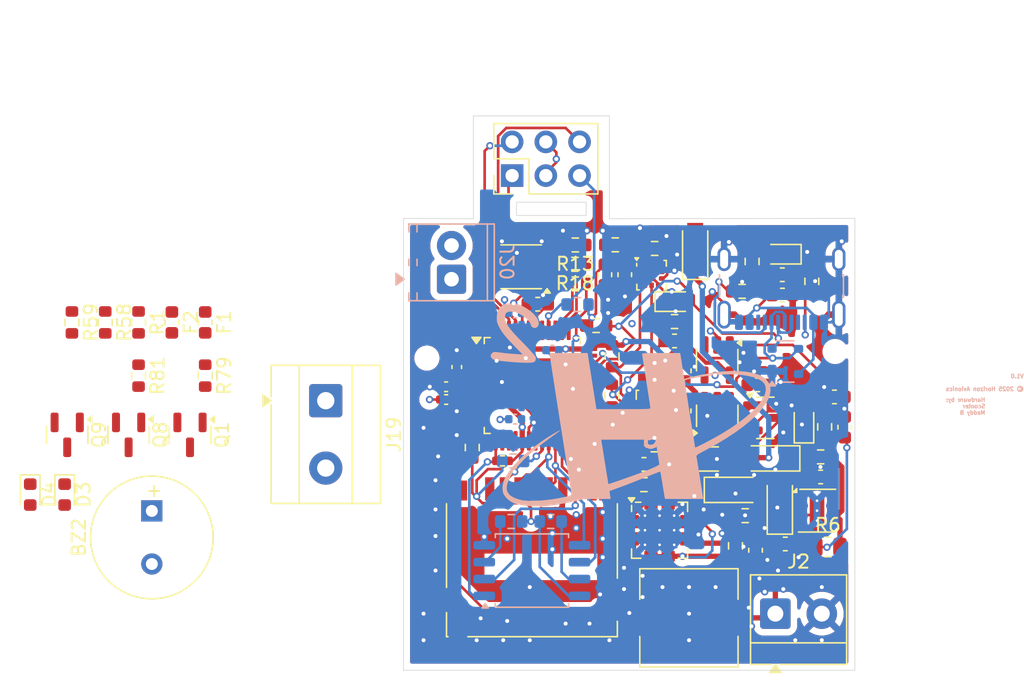
<source format=kicad_pcb>
(kicad_pcb (version 20241229) (generator "pcbnew") (generator_version "9.0")
  (layers (0 "F.Cu" signal) (2 "B.Cu" signal) (13 "F.Paste" user) (15 "B.Paste" user) (5 "F.SilkS" user "F.Silkscreen") (7 "B.SilkS" user "B.Silkscreen") (1 "F.Mask" user) (3 "B.Mask" user) (25 "Edge.Cuts" user))
  (net 0 "")
  (net 1 "+3.3V")
  (net 2 "GND")
  (net 3 "Net-(D6-K)")
  (net 4 "Net-(U1-SS{slash}TR)")
  (net 5 "Net-(D13-A)")
  (net 6 "Net-(U16-EN)")
  (net 7 "bat")
  (net 8 "POWAAAA")
  (net 9 "Net-(D1-BA)")
  (net 10 "Net-(D1-RA)")
  (net 11 "Net-(D1-GA)")
  (net 12 "Net-(D9-A)")
  (net 13 "Net-(D11-A)")
  (net 14 "Net-(D12-A)")
  (net 15 "D+ DMCU-2")
  (net 17 "SCK TMCU")
  (net 18 "MISO TMCU")
  (net 19 "SD_DETECT")
  (net 21 "MOSI TMCU")
  (net 22 "CS_SD MMCU")
  (net 24 "Net-(J7-CC2)")
  (net 25 "Net-(J7-CC1)")
  (net 27 "SWDIO DMCU-2")
  (net 28 "nRESET DMCU-2")
  (net 29 "SWCLK DMCU-2")
  (net 30 "Net-(L7-Pad2)")
  (net 31 "BUZZER")
  (net 32 "Net-(Q10-G)")
  (net 33 "Net-(U6-~{HOLD}{slash}~{RESET}{slash}IO_{3})")
  (net 34 "Net-(U2-LBI)")
  (net 35 "Net-(U1-FB)")
  (net 36 "Net-(U2-FB)")
  (net 37 "Net-(U6-~{WP}{slash}IO_{2})")
  (net 38 "2R")
  (net 39 "2G")
  (net 40 "2B")
  (net 41 "Net-(U9-CS)")
  (net 42 "Net-(U7-INT_DRDY)")
  (net 43 "CS_IMU TMCU")
  (net 44 "Net-(U9-INT1)")
  (net 45 "Net-(U7-~{CS})")
  (net 50 "I2C0_SCL")
  (net 51 "CS_NAND MMCU")
  (net 52 "I2C0_SDA")
  (net 57 "Net-(BZ2--)")
  (net 58 "Net-(U5-GNDANA)")
  (net 59 "+5V")
  (net 66 "D- DMCU-2")
  (net 74 "Net-(J2-Pin_1)")
  (net 75 "Net-(D3-K)")
  (net 76 "Net-(D3-A)")
  (net 77 "Net-(D4-A)")
  (net 78 "Net-(D4-K)")
  (net 79 "Net-(D14-I{slash}O1)")
  (net 80 "Net-(D14-I{slash}O2)")
  (net 81 "Net-(J19-Pin_2)")
  (net 82 "Net-(J20-Pin_2)")
  (net 83 "Net-(Q8-G)")
  (net 84 "Net-(Q8-D)")
  (net 85 "Net-(Q9-G)")
  (net 86 "Net-(Q9-D)")
  (net 87 "mosfet1_signalfire")
  (net 88 "mosfet2_signalfire")
  (footprint "Resistor_SMD:R_0603_1608Metric" (layer "F.Cu") (at 151.941958 104.464758 180)
    (property "Reference" "R25" (hide yes))
    (property "Value" "10k")
  )
  (footprint "Resistor_SMD:R_0603_1608Metric" (layer "F.Cu") (at 148.9325 104.476159 180)
    (property "Reference" "R13")
    (property "Value" "220")
  )
  (footprint "LED_SMD:LED_0603_1608Metric" (layer "F.Cu") (at 110.46 123.28 -90)
    (property "Reference" "D3")
    (property "Value" "LED")
  )
  (footprint "Package_TO_SOT_SMD:SOT-23" (layer "F.Cu") (at 163.25 117.5)
    (property "Reference" "Q10" (hide yes))
    (property "Value" "DMG2301L")
  )
  (footprint "Resistor_SMD:R_0603_1608Metric" (layer "F.Cu") (at 148.9325 107.408166 180)
    (property "Reference" "R19" (hide yes))
    (property "Value" "220" (hide yes))
  )
  (footprint "Resistor_SMD:R_0603_1608Metric" (layer "F.Cu") (at 151.700298 112.84933 90)
    (property "Reference" "R24" (hide yes))
    (property "Value" "2.2k")
  )
  (footprint "Capacitor_SMD:C_0603_1608Metric" (layer "F.Cu") (at 156.407231 111.704907 180)
    (property "Reference" "C47" (hide yes))
    (property "Value" "1u")
  )
  (footprint "Resistor_SMD:R_0603_1608Metric" (layer "F.Cu") (at 151.6825 115.814848 -90)
    (property "Reference" "R20" (hide yes))
    (property "Value" "2.2k")
  )
  (footprint "Diode_SMD:Nexperia_CFP3_SOD-123W" (layer "F.Cu") (at 163.587458 120.55596 180)
    (property "Reference" "D10" (hide yes))
    (property "Value" "PMEG6020ER")
  )
  (footprint "LED_SMD:LED_0603_1608Metric" (layer "F.Cu") (at 156.424512 108.744294)
    (property "Reference" "D11" (hide yes))
    (property "Value" "LED")
  )
  (footprint "Package_QFP:TQFP-48_7x7mm_P0.5mm" (layer "F.Cu") (at 145.6825 115.064848)
    (property "Reference" "U5" (hide yes))
    (property "Value" "ATSAMD21G18A-A")
  )
  (footprint "Package_TO_SOT_SMD:SOT-23" (layer "F.Cu") (at 115.28 118.78 -90)
    (property "Reference" "Q8")
    (property "Value" "IRLML6402")
  )
  (footprint "Resistor_SMD:R_0603_1608Metric" (layer "F.Cu") (at 154.8807 119.536707)
    (property "Reference" "R28" (hide yes))
    (property "Value" "10k")
  )
  (footprint "Connector_PinHeader_2.54mm:PinHeader_2x03_P2.54mm_Vertical" (layer "F.Cu") (at 144.17 99.25 90)
    (property "Reference" "J8" (hide yes))
    (property "Value" "Conn_02x03_Counter_Clockwise")
  )
  (footprint "Capacitor_SMD:C_0603_1608Metric" (layer "F.Cu") (at 162.508162 127.47568 90)
    (property "Reference" "C17" (hide yes))
    (property "Value" "10u")
  )
  (footprint "Capacitor_SMD:C_0603_1608Metric" (layer "F.Cu") (at 164.75 127)
    (property "Reference" "C10" (hide yes))
    (property "Value" "10uF")
  )
  (footprint "Resistor_SMD:R_0603_1608Metric" (layer "F.Cu") (at 161.5 107.969011)
    (property "Reference" "R15" (hide yes))
    (property "Value" "5k1")
  )
  (footprint "Connector_Card:microSD_HC_Hirose_DM3D-SF" (layer "F.Cu") (at 145.6625 128.2 180)
    (property "Reference" "J3" (hide yes))
    (property "Value" "Micro_SD_Card_Det1")
  )
  (footprint "Resistor_SMD:R_0603_1608Metric" (layer "F.Cu") (at 156.40927 110.245906)
    (property "Reference" "R14" (hide yes))
    (property "Value" "330")
  )
  (footprint "Package_TO_SOT_SMD:SOT-23-5" (layer "F.Cu") (at 159.617338 113.145873 -90)
    (property "Reference" "U16" (hide yes))
    (property "Value" "AP2112K-3.3")
  )
  (footprint "Package_TO_SOT_SMD:SOT-23" (layer "F.Cu") (at 110.655 118.78 -90)
    (property "Reference" "Q9")
    (property "Value" "IRLML6402")
  )
  (footprint "Diode_SMD:Nexperia_CFP3_SOD-123W" (layer "F.Cu") (at 157.959458 104.813734 90)
    (property "Reference" "D13" (hide yes))
    (property "Value" "PMEG6020ER")
  )
  (footprint "Diode_SMD:Nexperia_CFP3_SOD-123W" (layer "F.Cu") (at 164.337785 124.000991 90)
    (property "Reference" "D6" (hide yes))
    (property "Value" "PMEG6020ER")
  )
  (footprint "Resistor_SMD:R_0603_1608Metric" (layer "F.Cu") (at 167.413518 120.441079 180)
    (property "Reference" "R7" (hide yes))
    (property "Value" "100k")
  )
  (footprint "Resistor_SMD:R_0402_1005Metric" (layer "F.Cu") (at 143.444738 120.739203 180)
    (property "Reference" "R5" (hide yes))
    (property "Value" "10kΩ")
  )
  (footprint "Capacitor_SMD:C_1206_3216Metric" (layer "F.Cu") (at 159 120.598225)
    (property "Reference" "C46" (hide yes))
    (property "Value" "100u")
  )
  (footprint "Inductor_SMD:L_7.3x7.3_H4.5" (layer "F.Cu") (at 157.489505 132.564825 180)
    (property "Reference" "L7" (hide yes))
    (property "Value" "SLF7055T-6R8N2R8-3PF")
  )
  (footprint "Resistor_SMD:R_0603_1608Metric" (layer "F.Cu") (at 154.098613 122.533518)
    (property "Reference" "R9" (hide yes))
    (property "Value" "430k")
  )
  (footprint "Resistor_SMD:R_0603_1608Metric" (layer "F.Cu") (at 150.368261 119.491433)
    (property "Reference" "R26" (hide yes))
    (property "Value" "2.2k")
  )
  (footprint "Package_TO_SOT_SMD:SOT-23" (layer "F.Cu") (at 119.905 118.78 -90)
    (property "Reference" "Q1")
    (property "Value" "BSS138")
  )
  (footprint "Resistor_SMD:R_0603_1608Metric" (layer "F.Cu") (at 154.908225 104.740063)
    (property "Reference" "R29" (hide yes))
    (property "Value" "10k")
  )
  (footprint "Resistor_SMD:R_0603_1608Metric" (layer "F.Cu") (at 161.733925 124.868489)
    (property "Reference" "R4" (hide yes))
    (property "Value" "100k")
  )
  (footprint "Capacitor_SMD:C_0603_1608Metric" (layer "F.Cu") (at 152.658866 106.716147 90)
    (property "Reference" "C4" (hide yes))
    (property "Value" "100nF")
  )
  (footprint "Resistor_SMD:R_0603_1608Metric" (layer "F.Cu") (at 166.75 107.219011 90)
    (property "Reference" "R16" (hide yes))
    (property "Value" "5k1")
  )
  (footprint "Capacitor_SMD:C_0603_1608Metric" (layer "F.Cu") (at 157.1307 116.972383 -90)
    (property "Reference" "C2" (hide yes))
    (property "Value" "100nF")
  )
  (footprint "MountingHole:MountingHole_2.2mm_M2" (layer "F.Cu") (at 137.75 113)
    (property "Reference" "REF**" (hide yes))
    (property "Value" "MountingHole_2.2mm_M2")
  )
  (footprint "Resistor_SMD:R_0603_1608Metric" (layer "F.Cu") (at 157.068302 122.534151)
    (property "Reference" "R10" (hide yes))
    (property "Value" "100k")
  )
  (footprint "Capacitor_SMD:C_0603_1608Metric" (layer "F.Cu") (at 146.103526 108.940285 180)
    (property "Reference" "C6" (hide yes))
    (property "Value" "F1uF")
  )
  (footprint "Capacitor_SMD:C_0603_1608Metric" (layer "F.Cu") (at 168.454087 115.921863 180)
    (property "Reference" "C38" (hide yes))
    (property "Value" "1uF")
  )
  (footprint "Capacitor_SMD:C_0603_1608Metric" (layer "F.Cu") (at 157.137653 113.957732 -90)
    (property "Reference" "C5" (hide yes))
    (property "Value" "100nF")
  )
  (footprint "Package_LGA:Texas_SIL0008D_MicroSiP-8-1EP_2.8x3mm_P0.65mm_EP1.1x1.9mm_ThermalVias" (layer "F.Cu") (at 167.140253 124.492122)
    (property "Reference" "U1" (hide yes))
    (property "Value" "TPS82130")
  )
  (footprint "Capacitor_SMD:C_0603_1608Metric" (layer "F.Cu") (at 164.531298 108.25 180)
    (property "Reference" "C28" (hide yes))
    (property "Value" "4n7")
  )
  (footprint "Capacitor_SMD:C_0603_1608Metric" (layer "F.Cu") (at 152.6307 118.786707 90)
    (property "Reference" "C1" (hide yes))
    (property "Value" "100nF")
  )
  (footprint "Fuse:Fuse_0603_1608Metric" (layer "F.Cu") (at 121.05 110.31 -90)
    (property "Reference" "F1")
    (property "Value" "Polyfuse")
  )
  (footprint "LED_SMD:LED_0603_1608Metric" (layer "F.Cu") (at 166.156497 117.903491 90)
    (property "Reference" "D9" (hide yes))
    (property "Value" "LED")
  )
  (footprint "Capacitor_SMD:C_0402_1005Metric" (layer "F.Cu") (at 139.19448 115.156223)
    (property "Reference" "C12" (hide yes))
    (property "Value" "10uF")
  )
  (footprint "Package_LGA:LGA-14_3x2.5mm_P0.5mm_LayoutBorder3x4y" (layer "F.Cu") (at 154.8807 117.036707 90)
    (property "Reference" "U9" (hide yes))
    (property "Value" "LSM6DS3")
  )
  (footprint "Package_LGA:ST_HLGA-10_2x2mm_P0.5mm_LayoutBorder3x2y" (layer "F.Cu") (at 154.676661 106.752854)
    (property "Reference" "U7" (hide yes))
    (property "Value" "LPS22HB")
  )
  (footprint "Resistor_SMD:R_0603_1608Metric" (layer "F.Cu") (at 154.8807 114.536707 180)
    (property "Reference" "R21" (hide yes))
    (property "Value" "10k")
  )
  (footprint "MountingHole:MountingHole_2.2mm_M2" (layer "F.Cu") (at 168.5 112.5)
    (property "Reference" "REF**" (hide yes))
    (property "Value" "MountingHole_2.2mm_M2")
  )
  (footprint "TerminalBlock_MetzConnect:TerminalBlock_MetzConnect_Type059_RT06302HBWC_1x02_P3.50mm_Horizontal" (layer "F.Cu") (at 164 132.25)
    (property "Reference" "J2")
    (property "Value" "Screw_Terminal_01x02")
  )
  (footprint "Package_TO_SOT_SMD:TSOT-23-6" (layer "F.Cu") (at 159.624069 117.344225 90)
    (property "Reference" "U3" (hide yes))
    (property "Value" "LTC4412xS6")
  )
  (footprint "Resistor_SMD:R_0603_1608Metric" (layer "F.Cu") (at 160.999111 127.145058 90)
    (property "Reference" "R3" (hide yes))
    (property "Value" "100k")
  )
  (footprint "LED_SMD:LED_0603_1608Metric" (layer "F.Cu") (at 107.87 123.28 -90)
    (property "Reference" "D4")
    (property "Value" "LED")
  )
  (footprint "Resistor_SMD:R_0603_1608Metric" (layer "F.Cu") (at 141.168873 119.734481 90)
    (property "Reference" "R22" (hide yes))
    (property "Value" "10k")
  )
  (footprint "Diode_SMD:Nexperia_CFP3_SOD-123W" (layer "F.Cu") (at 160.90798 122.926292)
    (property "Reference" "D5" (hide yes))
    (property "Value" "PMEG6020ER")
  )
  (footprint "Package_DFN_QFN:Texas_RSA_VQFN-16-1EP_4x4mm_P0.65mm_EP2.7x2.7mm_ThermalVias" (layer "F.Cu") (at 155.278661 125.965007)
    (property "Reference" "U2" (hide yes))
    (property "Value" "TPS61092")
  )
  (footprint "LED_SMD:LED_0603_1608Metric" (layer "F.Cu") (at 164.458029 105.174028 180)
    (property "Reference" "D12" (hide yes))
    (property "Value" "LED")
  )
  (footprint "TerminalBlock_MetzConnect:TerminalBlock_MetzConnect_Type101_RT01602HBWC_1x02_P5.08mm_Horizontal" (layer "F.Cu") (at 130.1325 116.205 -90)
    (property "Reference" "J19")
    (property "Value" "Screw_Terminal_01x02")
  )
  (footprint "Capacitor_SMD:C_0603_1608Metric" (layer "F.Cu") (at 162.670174 115.017418 180)
    (property "Reference" "C40" (hide yes))
    (property "Value" "10uF")
  )
  (footprint "Resistor_SMD:R_0603_1608Metric" (layer "F.Cu") (at 148.90497 105.93528 180)
    (property "Reference" "R18")
    (property "Value" "220")
  )
  (footprint "Capacitor_SMD:C_0603_1608Metric" (layer "F.Cu") (at 169.226138 118.205515 90)
    (property "Reference" "C37" (hide yes))
    (property "Value" "22uF")
  )
  (footprint "Resistor_SMD:R_0805_2012Metric" (layer "F.Cu") (at 167.95824 127.226637)
    (property "Reference" "R6")
    (property "Value" "350k")
  )
  (footprint "Fuse:Fuse_0603_1608Metric" (layer "F.Cu") (at 118.54 110.31 -90)
    (property "Reference" "F2")
    (property "Value" "Polyfuse")
  )
  (footprint "Resistor_SMD:R_0603_1608Metric" (layer "F.Cu") (at 121.05 114.32 -90)
    (property "Reference" "R79")
    (property "Value" "100")
  )
  (footprint "Capacitor_SMD:C_0603_1608Metric" (layer "F.Cu") (at 151.158866 106.716147 90)
    (property "Reference" "C3" (hide yes))
    (property "Value" "100nF")
  )
  (footprint "Capacitor_SMD:C_0603_1608Metric" (layer "F.Cu") (at 154.101533 121.006503)
    (property "Reference" "C39" (hide yes))
    (property "Value" "2u2")
  )
  (footprint "Resistor_SMD:R_0603_1608Metric" (layer "F.Cu") (at 162.25 105.719011 -90)
    (property "Reference" "R17" (hide yes))
    (property "Value" "330")
  )
  (footprint "Capacitor_SMD:C_0402_1005Metric" (layer "F.Cu") (at 139.202535 116.119008)
    (property "Reference" "C11" (hide yes))
    (property "Value" "0.1uF")
  )
  (footprint "LED_SMD:LED_ROHM_SMLVN6" (layer "F.Cu") (at 144.853526 106.119095 180)
    (property "Reference" "D1" (hide yes))
    (property "Value" "SMLVN6RGB")
  )
  (footprint "Capacitor_SMD:C_0603_1608Metric" (layer "F.Cu") (at 164.525 106.719011 180)
    (property "Reference" "C29" (hide yes))
    (property "Value" "100n")
  )
  (footprint "Resistor_SMD:R_0603_1608Metric" (layer "F.Cu") (at 116.03 114.32 -90)
    (property "Reference" "R81")
    (property "Value" "100")
  )
  (footprint "Resistor_SMD:R_0603_1608Metric" (layer "F.Cu") (at 116.03 110.31 -90)
    (property "Reference" "R1")
    (property "Value" "2k2")
  )
  (footprint "Resistor_SMD:R_0603_1608Metric" (layer "F.Cu") (at 111.01 110.31 -90)
    (property "Reference" "R59")
    (property "Value" "1k")
  )
  (footprint "Resistor_SMD:R_0603_1608Metric" (layer "F.Cu") (at 150.5 110.545939 180)
    (property "Reference" "R27" (hide yes))
    (property "Value" "1.5k")
  )
  (footprint "Resistor_SMD:R_0603_1608Metric" (layer "F.Cu") (at 167.717514 118.175927 90)
    (property "Reference" "R8" (hide yes))
    (property "Value" "100")
  )
  (footprint "Capacitor_SMD:C_0402_1005Metric" (layer "F.Cu") (at 140.002023 113.670777 -90)
    (property "Reference" "C78" (hide yes))
    (property "Value" "100nF")
  )
  (footprint "Capacitor_SMD:C_0603_1608Metric" (layer "F.Cu") (at 167.411492 121.951267 180)
    (property "Reference" "C14" (hide yes))
    (property "Value" "3.3 nF")
  )
  (footprint "Buzzer_Beeper:MagneticBuzzer_PUI_AT-0927-TT-6-R" (layer "F.Cu") (at 117.03 124.51 -90)
    (property "Reference" "BZ2")
    (property "Value" "Buzzer")
  )
  (footprint "Resistor_SMD:R_0603_1608Metric" (layer "F.Cu") (at 113.52 110.31 -90)
    (property "Reference" "R58")
    (property "Value" "1k")
  )
  (footprint "LOGO" (layer "B.Cu") (at 153 119 180)
    (property "Reference" "G***")
    (property "Value" "LOGO" (hide yes))
  )
  (footprint "Resistor_SMD:R_0603_1608Metric" (layer "B.Cu") (at 144.103447 125.307375 180)
    (property "Reference" "R11" (hide yes))
    (property "Value" "10kΩ")
  )
  (footprint "Package_TO_SOT_SMD:SOT-143" (layer "B.Cu") (at 164.75 113.25)
    (property "Reference" "D14" (hide yes))
    (property "Value" "PRTR5V0U2X")
  )
  (footprint "Connector_USB:USB_C_Receptacle_GCT_USB4105-xx-A_16P_TopMnt_Horizontal" (layer "B.Cu") (at 164.461249 106.619323)
    (property "Reference" "J7" (hide yes))
    (property "Value" "USB_C_Receptacle_USB2.0_16P")
  )
  (footprint "Resistor_SMD:R_0603_1608Metric" (layer "B.Cu") (at 147.074801 125.307375)
    (property "Reference" "R2" (hide yes))
    (property "Value" "10kΩ")
  )
  (footprint "TerminalBlock_Phoenix:TerminalBlock_Phoenix_MPT-0,5-2-2.54_1x02_P2.54mm_Horizontal" (layer "B.Cu") (at 139.605545 107.057394 90)
    (property "Reference" "J20")
    (property "Value" "Screw_Terminal_01x02")
  )
  (footprint "Capacitor_SMD:C_0402_1005Metric" (layer "B.Cu") (at 144.4 109.6)
    (property "Reference" "C7" (hide yes))
    (property "Value" "0.1uF")
  )
  (footprint "Capacitor_SMD:C_0402_1005Metric" (layer "B.Cu") (at 144.4 117.6)
    (property "Reference" "C9" (hide yes))
    (property "Value" "0.1uF")
  )
  (footprint "Package_SO:SOIC-8_5.3x5.3mm_P1.27mm" (layer "B.Cu") (at 145.6625 129.004715)
    (property "Reference" "U6" (hide yes))
    (property "Value" "NAND")
  )
  (footprint "Resistor_SMD:R_0603_1608Metric" (layer "B.Cu") (at 144.25 120.75)
    (property "Reference" "R23" (hide yes))
    (property "Value" "10kΩ")
  )
  (footprint "Resistor_SMD:R_0603_1608Metric" (layer "B.Cu") (at 149.100746 108.960863)
    (property "Reference" "R12" (hide yes))
    (property "Value" "10k")
  )
  (footprint "Capacitor_SMD:C_0402_1005Metric" (layer "B.Cu") (at 147.2 112.4)
    (property "Reference" "C8" (hide yes))
    (property "Value" "0.1uF")
  )
  (gr_line (start 141.25 94.75) (end 151.5 94.75) (stroke (width 0.05)) (layer "Edge.Cuts"))
  (gr_line (start 135.98461 102.471283) (end 141.25 102.5) (stroke (width 0.05)) (layer "Edge.Cuts"))
  (gr_line (start 151.5 94.75) (end 151.5 102.5) (stroke (width 0.05)) (layer "Edge.Cuts"))
  (gr_line (start 169.9875 102.471283) (end 169.9875 136.515455) (stroke (width 0.05)) (layer "Edge.Cuts"))
  (gr_line (start 151.5 102.5) (end 169.9875 102.471283) (stroke (width 0.05)) (layer "Edge.Cuts"))
  (gr_line (start 141.25 102.5) (end 141.25 94.75) (stroke (width 0.05)) (layer "Edge.Cuts"))
  (gr_rect (start 144.5 101.25) (end 149.75 102.25) (stroke (width 0.05)) (fill no) (layer "Edge.Cuts"))
  (gr_line (start 135.98461 136.515455) (end 135.98461 102.471283) (stroke (width 0.05)) (layer "Edge.Cuts"))
  (gr_line (start 169.9875 136.515455) (end 135.98461 136.515455) (stroke (width 0.05)) (layer "Edge.Cuts"))
  (gr_text "V1.0\n\n© 2025 Horizon Avionics" (at 182.75 115.5 0) (layer "B.SilkS") (effects (font (size 0.3 0.3) (thickness 0.075) (bold yes)) (justify left bottom mirror)))
  (gr_text "Hardware by:\nScooter\nMeddy B" (at 179.855188 117.281207 0) (layer "B.SilkS") (effects (font (size 0.3 0.3) (thickness 0.075) (bold yes)) (justify left bottom mirror)))
  (segment (start 145.4325 109.044259) (end 145.328526 108.940285) (width 0.2) (layer "F.Cu") (net 0))
  (segment (start 145.4325 110.902348) (end 145.4325 109.044259) (width 0.2) (layer "F.Cu") (net 0))
  (via (at 153.2 110.4) (size 0.55) (drill 0.3) (layers "F.Cu" "B.Cu") (net 0))
  (via (at 159.457775 114.305707) (size 0.55) (drill 0.3) (layers "F.Cu" "B.Cu") (net 0))
  (segment (start 149.845 112.314848) (end 148.2 112.314848) (width 0.4) (layer "F.Cu") (net 1))
  (segment (start 156.003876 117.747383) (end 155.7932 117.536707) (width 0.2) (layer "F.Cu") (net 1))
  (segment (start 152.47567 112.02433) (end 152.75 111.75) (width 0.4) (layer "F.Cu") (net 1))
  (segment (start 155.7057 115.799207) (end 155.6307 115.874207) (width 0.2) (layer "F.Cu") (net 1))
  (segment (start 154.7317 120.212707) (end 156.077342 120.212707) (width 0.2) (layer "F.Cu") (net 1))
  (segment (start 143.899 99.521) (end 143.899 103.731561) (width 0.2) (layer "F.Cu") (net 1))
  (segment (start 145.057063 112.314848) (end 144.9325 112.190285) (width 0.2) (layer "F.Cu") (net 1))
  (segment (start 142.346215 121.364285) (end 141.5 122.2105) (width 0.2) (layer "F.Cu") (net 1))
  (segment (start 154.176661 106.240354) (end 153.914161 106.502854) (width 0.2) (layer "F.Cu") (net 1))
  (segment (start 145.7875 122.85) (end 145.7875 123.377) (width 0.2) (layer "F.Cu") (net 1))
  (segment (start 145.7875 123.377) (end 145.2385 123.926) (width 0.2) (layer "F.Cu") (net 1))
  (segment (start 140.406939 114.814848) (end 140.340176 114.881611) (width 0.4) (layer "F.Cu") (net 1))
  (segment (start 139.708542 115.190285) (end 139.67448 115.156223) (width 0.2) (layer "F.Cu") (net 1))
  (segment (start 152.766958 104.464758) (end 153.80792 104.464758) (width 0.2) (layer "F.Cu") (net 1))
  (segment (start 149.845 112.314848) (end 150.1825 111.977348) (width 0.4) (layer "F.Cu") (net 1))
  (segment (start 145.029013 104.861574) (end 145.029013 108.1215) (width 0.2) (layer "F.Cu") (net 1))
  (segment (start 144.9325 112.190285) (end 144.9325 110.902348) (width 0.4) (layer "F.Cu") (net 1))
  (segment (start 143.329656 121.364285) (end 143.954738 120.739203) (width 0.2) (layer "F.Cu") (net 1))
  (segment (start 141.453237 114.881611) (end 141.52 114.814848) (width 0.2) (layer "F.Cu") (net 1))
  (segment (start 144.17 99.25) (end 143.899 99.521) (width 0.2) (layer "F.Cu") (net 1))
  (segment (start 160.567338 114.283373) (end 159.637954 113.353989) (width 0.3) (layer "F.Cu") (net 1))
  (segment (start 145.595298 124.282798) (end 145.2385 123.926) (width 0.2) (layer "F.Cu") (net 1))
  (segment (start 141.5 122.2105) (end 141.5 123.409715) (width 0.2) (layer "F.Cu") (net 1))
  (segment (start 150.1825 109.940285) (end 150.482866 109.639919) (width 0.2) (layer "F.Cu") (net 1))
  (segment (start 139.682535 115.216292) (end 139.708542 115.190285) (width 0.2) (layer "F.Cu") (net 1))
  (segment (start 153.220573 106.502854) (end 152.658866 105.941147) (width 0.2) (layer "F.Cu") (net 1))
  (segment (start 151.060707 119.358879) (end 151.060707 117.261641) (width 0.4) (layer "F.Cu") (net 1))
  (segment (start 144.4 109.2) (end 144.4 108.975523) (width 0.2) (layer "F.Cu") (net 1))
  (segment (start 141.9365 123.926) (end 141.168873 123.158373) (width 0.2) (layer "F.Cu") (net 1))
  (segment (start 153.914161 106.502854) (end 153.220573 106.502854) (width 0.2) (layer "F.Cu") (net 1))
  (segment (start 143.954738 120.739203) (end 144.224737 120.739203) (width 0.2) (layer "F.Cu") (net 1))
  (segment (start 149.675 110.447785) (end 150.1825 109.940285) (width 0.2) (layer "F.Cu") (net 1))
  (segment (start 144.9325 117.597446) (end 142.75 115.414946) (width 0.4) (layer "F.Cu") (net 1))
  (segment (start 141.168873 123.158373) (end 141.168873 120.969196) (width 0.2) (layer "F.Cu") (net 1))
  (segment (start 159.637954 113.353989) (end 158.779198 113.353989) (width 0.3) (layer "F.Cu") (net 1))
  (segment (start 156.077342 120.212707) (end 157.1307 119.159349) (width 0.2) (layer "F.Cu") (net 1))
  (segment (start 152.560426 119.491433) (end 152.6307 119.561707) (width 0.2) (layer "F.Cu") (net 1))
  (segment (start 148.2 112.314848) (end 145.057063 112.314848) (width 0.4) (layer "F.Cu") (net 1))
  (segment (start 150.482866 106.617147) (end 151.158866 105.941147) (width 0.2) (layer "F.Cu") (net 1))
  (segment (start 139.682535 116.119008) (end 139.682535 115.216292) (width 0.2) (layer "F.Cu") (net 1))
  (segment (start 142.75 115.414946) (end 142.75 114.372785) (width 0.4) (layer "F.Cu") (net 1))
  (segment (start 144.9325 118.2) (end 144.9325 119.227348) (width 0.4) (layer "F.Cu") (net 1))
  (segment (start 138.722535 116.119008) (end 138 116.119008) (width 0.2) (layer "F.Cu") (net 1))
  (segment (start 142.8 121.364285) (end 143.329656 121.364285) (width 0.2) (layer "F.Cu") (net 1))
  (segment (start 144.9325 110.902348) (end 144.9325 109.7325) (width 0.2) (layer "F.Cu") (net 1))
  (segment (start 154.0557 119.536707) (end 154.7317 120.212707) (width 0.2) (layer "F.Cu") (net 1))
  (segment (start 155.7057 113.181438) (end 157.182231 111.704907) (width 0.4) (layer "F.Cu") (net 1))
  (segment (start 145.2385 123.926) (end 141.9365 123.926) (width 0.2) (layer "F.Cu") (net 1))
  (segment (start 142.75 114.372785) (end 142.307937 114.814848) (width 0.4) (layer "F.Cu") (net 1))
  (segment (start 144.4 108.975523) (end 144.287495 108.863018) (width 0.2) (layer "F.Cu") (net 1))
  (segment (start 156.941628 114.536707) (end 157.137653 114.732732) (width 0.2) (layer "F.Cu") (net 1))
  (segment (start 153.80792 104.464758) (end 154.083225 104.740063) (width 0.2) (layer "F.Cu") (net 1))
  (segment (start 151.700298 112.02433) (end 152.47567 112.02433) (width 0.4) (layer "F.Cu") (net 1))
  (segment (start 157.182231 111.704907) (end 155.72323 110.245906) (width 0.4) (layer "F.Cu") (net 1))
  (segment (start 142.307937 114.814848) (end 141.52 114.814848) (width 0.4) (layer "F.Cu") (net 1))
  (segment (start 144.224737 120.739203) (end 144.9325 120.03144) (width 0.2) (layer "F.Cu") (net 1))
  (segment (start 155.7057 114.536707) (end 155.7057 115.799207) (width 0.2) (layer "F.Cu") (net 1))
  (segment (start 157.988999 116.889084) (end 157.988999 115.584078) (width 0.4) (layer "F.Cu") (net 1))
  (segment (start 157.1307 117.747383) (end 157.988999 116.889084) (width 0.4) (layer "F.Cu") (net 1))
  (segment (start 145.029013 108.1215) (end 144.287495 108.863018) (width 0.2) (layer "F.Cu") (net 1))
  (segment (start 157.1307 119.159349) (end 157.1307 117.747383) (width 0.2) (layer "F.Cu") (net 1))
  (segment (start 144.9325 109.7325) (end 144.4 109.2) (width 0.2) (layer "F.Cu") (net 1))
  (segment (start 150.482866 109.639919) (end 150.482866 106.617147) (width 0.2) (layer "F.Cu") (net 1))
  (segment (start 151.060707 117.261641) (end 151.6825 116.639848) (width 0.4) (layer "F.Cu") (net 1))
  (segment (start 158.779198 113.353989) (end 157.182231 111.757022) (width 0.3) (layer "F.Cu") (net 1))
  (segment (start 154.176661 105.990354) (end 154.176661 106.240354) (width 0.2) (layer "F.Cu") (net 1))
  (segment (start 152.658866 105.941147) (end 151.158866 105.941147) (width 0.2) (layer "F.Cu") (net 1))
  (segment (start 138 116.119008) (end 137.948504 116.119008) (width 0.2) (layer "F.Cu") (net 1))
  (segment (start 149.845 112.314848) (end 150.135518 112.02433) (width 0.4) (layer "F.Cu") (net 1))
  (segment (start 144.9325 118.2) (end 144.9325 117.597446) (width 0.4) (layer "F.Cu") (net 1))
  (segment (start 151.193261 119.491433) (end 152.560426 119.491433) (width 0.4) (layer "F.Cu") (net 1))
  (segment (start 152.6307 119.561707) (end 154.0307 119.561707) (width 0.4) (layer "F.Cu") (net 1))
  (segment (start 144.9325 120.03144) (end 144.9325 119.227348) (width 0.2) (layer "F.Cu") (net 1))
  (segment (start 157.182231 111.757022) (end 157.182231 111.704907) (width 0.3) (layer "F.Cu") (net 1))
  (segment (start 155.7057 114.536707) (end 155.7057 113.181438) (width 0.4) (layer "F.Cu") (net 1))
  (segment (start 150.1825 111.977348) (end 150.1825 109.940285) (width 0.2) (layer "F.Cu") (net 1))
  (segment (start 145.595298 125.301257) (end 145.595298 124.282798) (width 0.2) (layer "F.Cu") (net 1))
  (segment (start 151.193261 119.491433) (end 151.060707 119.358879) (width 0.2) (layer "F.Cu") (net 1))
  (segment (start 154.083225 105.896918) (end 154.176661 105.990354) (width 0.2) (layer "F.Cu") (net 1))
  (segment (start 155.72323 110.245906) (end 155.58427 110.245906) (width 0.2) (layer "F.Cu") (net 1))
  (segment (start 140.031502 115.190285) (end 139.708542 115.190285) (width 0.4) (layer "F.Cu") (net 1))
  (segment (start 154.083225 104.740063) (end 154.083225 105.896918) (width 0.2) (layer "F.Cu") (net 1))
  (segment (start 157.1307 117.747383) (end 156.003876 117.747383) (width 0.2) (layer "F.Cu") (net 1))
  (segment (start 150.135518 112.02433) (end 151.700298 112.02433) (width 0.4) (layer "F.Cu") (net 1))
  (segment (start 143.899 103.731561) (end 145.029013 104.861574) (width 0.2) (layer "F.Cu") (net 1))
  (segment (start 142.307937 114.814848) (end 140.406939 114.814848) (width 0.4) (layer "F.Cu") (net 1))
  (segment (start 142.8 121.364285) (end 142.346215 121.364285) (width 0.2) (layer "F.Cu") (net 1))
  (segment (start 154.0307 119.561707) (end 154.0557 119.536707) (width 0.2) (layer "F.Cu") (net 1))
  (segment (start 149.675 110.545939) (end 149.675 110.447785) (width 0.2) (layer "F.Cu") (net 1))
  (segment (start 140.340176 114.881611) (end 140.031502 115.190285) (width 0.4) (layer "F.Cu") (net 1))
  (segment (start 155.7057 114.536707) (end 156.941628 114.536707) (width 0.4) (layer "F.Cu") (net 1))
  (segment (start 157.988999 115.584078) (end 157.137653 114.732732) (width 0.4) (layer "F.Cu") (net 1))
  (segment (start 142.75 114.372785) (end 144.9325 112.190285) (width 0.4) (layer "F.Cu") (net 1))
  (via (at 152.75 111.75) (size 0.55) (drill 0.3) (layers "F.Cu" "B.Cu") (net 1))
  (via (at 141.5 123.409715) (size 0.55) (drill 0.3) (layers "F.Cu" "B.Cu") (net 1))
  (via (at 148.2 112.314848) (size 0.55) (drill 0.3) (layers "F.Cu" "B.Cu") (net 1))
  (via (at 144.287495 108.863018) (size 0.55) (drill 0.3) (layers "F.Cu" "B.Cu") (net 1))
  (via (at 150.1825 109.940285) (size 0.55) (drill 0.3) (layers "F.Cu" "B.Cu") (net 1))
  (via (at 137.948504 116.119008) (size 0.55) (drill 0.3) (layers "F.Cu" "B.Cu") (net 1))
  (via (at 143.266055 117.623731) (size 0.55) (drill 0.3) (layers "F.Cu" "B.Cu") (net 1))
  (via (at 145.595298 125.301257) (size 0.55) (drill 0.3) (layers "F.Cu" "B.Cu") (net 1))
  (via (at 155.7057 113.181438) (size 0.55) (drill 0.3) (layers "F.Cu" "B.Cu") (net 1))
  (via (at 144.9325 118.2) (size 0.55) (drill 0.3) (layers "F.Cu" "B.Cu") (net 1))
  (via (at 143.6 108.6) (size 0.55) (drill 0.3) (layers "F.Cu" "B.Cu") (net 1))
  (segment (start 143.6 109.28) (end 143.6 108.6) (width 0.2) (layer "B.Cu") (net 1))
  (segment (start 144.88 118.235587) (end 144.931826 118.287413) (width 0.2) (layer "B.Cu") (net 1))
  (segment (start 154.5 111.75) (end 152.75 111.75) (width 0.4) (layer "B.Cu") (net 1))
  (segment (start 143.266055 117.623731) (end 143.289786 117.6) (width 0.2) (layer "B.Cu") (net 1))
  (segment (start 147.765152 112.314848) (end 147.68 112.4) (width 0.2) (layer "B.Cu") (net 1))
  (segment (start 143.92 109.6) (end 143.6 109.28) (width 0.2) (layer "B.Cu") (net 1))
  (segment (start 149.25 130.909715) (end 148.437501 130.909715) (width 0.2) (layer "B.Cu") (net 1))
  (segment (start 144.287495 109.007495) (end 144.88 109.6) (width 0.2) (layer "B.Cu") (net 1))
  (segment (start 143.425 121.484715) (end 143.425 120.75) (width 0.2) (layer "B.Cu") (net 1))
  (segment (start 141.5 123.409715) (end 143.425 121.484715) (width 0.2) (layer "B.Cu") (net 1))
  (segment (start 144.287495 108.863018) (end 144.287495 109.007495) (width 0.2) (layer "B.Cu") (net 1))
  (segment (start 148.437501 130.909715) (end 146.249801 128.722015) (width 0.2) (layer "B.Cu") (net 1))
  (segment (start 155.7057 112.9557) (end 154.5 111.75) (width 0.4) (layer "B.Cu") (net 1))
  (segment (start 155.7057 113.181438) (end 155.7057 112.9557) (width 0.2) (layer "B.Cu") (net 1))
  (segment (start 149.925746 109.683531) (end 150.1825 109.940285) (width 0.2) (layer "B.Cu") (net 1))
  (segment (start 143.289786 117.6) (end 143.92 117.6) (width 0.2) (layer "B.Cu") (net 1))
  (segment (start 148.2 112.314848) (end 147.765152 112.314848) (width 0.2) (layer "B.Cu") (net 1))
  (segment (start 144.88 117.6) (end 144.88 118.235587) (width 0.2) (layer "B.Cu") (net 1))
  (segment (start 144.928447 125.307375) (end 146.249801 125.307375) (width 0.2) (layer "B.Cu") (net 1))
  (segment (start 149.925746 108.960863) (end 149.925746 109.683531) (width 0.2) (layer "B.Cu") (net 1))
  (segment (start 146.249801 128.722015) (end 146.249801 125.307375) (width 0.2) (layer "B.Cu") (net 1))
  (segment (start 154.886087 107.101854) (end 154.467235 107.101854) (width 0.2) (layer "F.Cu") (net 2))
  (segment (start 154.1307 118.199207) (end 152.8182 118.199207) (width 0.2) (layer "F.Cu") (net 2))
  (segment (start 157 124) (end 156.256168 124) (width 0.2) (layer "F.Cu") (net 2))
  (segment (start 169.199126 116.876645) (end 169.226138 116.903657) (width 0.2) (layer "F.Cu") (net 2))
  (segment (start 165.3 106.719011) (end 165.3 108.243702) (width 0.2) (layer "F.Cu") (net 2))
  (segment (start 154.303661 127.190007) (end 154.178661 127.065007) (width 0.2) (layer "F.Cu") (net 2))
  (segment (start 159.598225 120.598225) (end 160.475 120.598225) (width 0.2) (layer "F.Cu") (net 2))
  (segment (start 145.805307 117.856744) (end 145.4325 118.229551) (width 0.2) (layer "F.Cu") (net 2))
  (segment (start 155.632231 111.704907) (end 155.2047 112.132438) (width 0.2) (layer "F.Cu") (net 2))
  (segment (start 157.922345 113.64601) (end 157.600931 113.64601) (width 0.2) (layer "F.Cu") (net 2))
  (segment (start 160.141249 105.544323) (end 160.141249 104.608751) (width 0.2) (layer "F.Cu") (net 2))
  (segment (start 154.6307 118.199207) (end 154.1307 118.199207) (width 0.2) (layer "F.Cu") (net 2))
  (segment (start 155.632231 111.704907) (end 155.632231 111.382231) (width 0.2) (layer "F.Cu") (net 2))
  (segment (start 168.781249 109.724323) (end 168.781249 105.544323) (width 0.2) (layer "F.Cu") (net 2))
  (segment (start 149.782847 112.877001) (end 149.845 112.814848) (width 0.2) (layer "F.Cu") (net 2))
  (segment (start 154.953661 127.927507) (end 154.953661 127.390007) (width 0.2) (layer "F.Cu") (net 2))
  (segment (start 157.1307 116.197383) (end 156.132524 116.197383) (width 0.2) (layer "F.Cu") (net 2))
  (segment (start 157.893302 123.106698) (end 157.893302 122.534151) (width 0.2) (layer "F.Cu") (net 2))
  (segment (start 166.75 106.95) (end 167 107.2) (width 0.2) (layer "F.Cu") (net 2))
  (segment (start 166.225972 105.174028) (end 166.4 105) (width 0.2) (layer "F.Cu") (net 2))
  (segment (start 165.245529 105.174028) (end 166.225972 105.174028) (width 0.2) (layer "F.Cu") (net 2))
  (segment (start 165.245529 106.66454) (end 165.3 106.719011) (width 0.2) (layer "F.Cu") (net 2))
  (segment (start 147.5 97.5) (end 147.5 98) (width 0.2) (layer "F.Cu") (net 2))
  (segment (start 152.658866 107.658866) (end 152.658866 107.491147) (width 0.2) (layer "F.Cu") (net 2))
  (segment (start 156.253661 124.002507) (end 156.253661 124.740007) (width 0.2) (layer "F.Cu") (net 2))
  (segment (start 155.176661 107.392428) (end 154.886087 107.101854) (width 0.2) (layer "F.Cu") (net 2))
  (segment (start 158.874531 117.347644) (end 158.874531 117.374531) (width 0.2) (layer "F.Cu") (net 2))
  (segment (start 143.328526 105.069095) (end 143.328526 106.119095) (width 0.2) (layer "F.Cu") (net 2))
  (segment (start 155.637012 108.744294) (end 155.637012 107.975705) (width 0.2) (layer "F.Cu") (net 2))
  (segment (start 154.176661 107.392428) (end 154.176661 107.515354) (width 0.2) (layer "F.Cu") (net 2))
  (segment (start 156.515987 116.911337) (end 156.515987 116.812096) (width 0.2) (layer "F.Cu") (net 2))
  (segment (start 155.7932 117.036707) (end 155.7932 116.536707) (width 0.2) (layer "F.Cu") (net 2))
  (segment (start 148.272475 113.472635) (end 148.868109 112.877001) (width 0.2) (layer "F.Cu") (net 2))
  (segment (start 146.878526 108.940285) (end 146.5 108.561759) (width 0.2) (layer "F.Cu") (net 2))
  (segment (start 155.603661 127.927507) (end 155.603661 127.515008) (width 0.2) (layer "F.Cu") (net 2))
  (segment (start 157.137653 113.182732) (end 157.432732 113.182732) (width 0.2) (layer "F.Cu") (net 2))
  (segment (start 163.483482 127.676) (end 162.508162 126.70068) (width 0.2) (layer "F.Cu") (net 2))
  (segment (start 151.158866 108.358866) (end 151.4 108.6) (width 0.2) (layer "F.Cu") (net 2))
  (segment (start 165.525 127.775) (end 165.75 128) (width 0.2) (layer "F.Cu") (net 2))
  (segment (start 155.2047 112.132438) (end 155.2047 113.068218) (width 0.2) (layer "F.Cu") (net 2))
  (segment (start 160.574069 118.481725) (end 159.624069 118.481725) (width 0.2) (layer "F.Cu") (net 2))
  (segment (start 157.600931 113.64601) (end 157.137653 113.182732) (width 0.2) (layer "F.Cu") (net 2))
  (segment (start 160.141249 109.724323) (end 160.141249 108.891249) (width 0.2) (layer "F.Cu") (net 2))
  (segment (start 140 112.4) (end 140 113.122785) (width 0.2) (layer "F.Cu") (net 2))
  (segment (start 154.6307 118.199207) (end 155.1307 118.199207) (width 0.2) (layer "F.Cu") (net 2))
  (segment (start 155.1307 118.770384) (end 154.893139 119.007945) (width 0.2) (layer "F.Cu") (net 2))
  (segment (start 155.176661 107.515354) (end 155.176661 107.392428) (width 0.2) (layer "F.Cu") (net 2))
  (segment (start 154.876533 121.006503) (end 155.75 121.006503) (width 0.2) (layer "F.Cu") (net 2))
  (segment (start 166.588518 119.123012) (end 166.156497 118.690991) (width 0.2) (layer "F.Cu") (net 2))
  (segment (start 155.637012 108.562988) (end 156.2 108) (width 0.2) (layer "F.Cu") (net 2))
  (segment (start 147.5 98) (end 147.5 98.25) (width 0.2) (layer "F.Cu") (net 2))
  (segment (start 159.1067 110.950941) (end 159.088375 110.950941) (width 0.2) (layer "F.Cu") (net 2))
  (segment (start 157.896522 123.38699) (end 157.896522 123.109918) (width 0.2) (layer "F.Cu") (net 2))
  (segment (start 152.67097 107.67097) (end 152.658866 107.658866) (width 0.2) (layer "F.Cu") (net 2))
  (segment (start 154.303661 127.927507) (end 154.303661 127.190007) (width 0.2) (layer "F.Cu") (net 2))
  (segment (start 155.480701 117.036707) (end 155.7932 117.036707) (width 0.2) (layer "F.Cu") (net 2))
  (segment (start 166.75 106.394011) (end 166.75 106.95) (width 0.2) (layer "F.Cu") (net 2))
  (segment (start 165.525 127) (end 165.525 125.057376) (width 0.2) (layer "F.Cu") (net 2))
  (segment (start 155.637012 108.744294) (end 155.637012 108.562988) (width 0.2) (layer "F.Cu") (net 2))
  (segment (start 157.896522 123.109918) (end 157.893302 123.106698) (width 0.2) (layer "F.Cu") (net 2))
  (segment (start 146.71 96.71) (end 147.5 97.5) (width 0.2) (layer "F.Cu") (net 2))
  (segment (start 158.874531 117.374531) (end 159.624069 118.124069) (width 0.2) (layer "F.Cu") (net 2))
  (segment (start 165.525 127) (end 164.849 127.676) (width 0.2) (layer "F.Cu") (net 2))
  (segment (start 156.132524 116.197383) (end 155.7932 116.536707) (width 0.2) (layer "F.Cu") (net 2))
  (segment (start 161.895174 114.354826) (end 162.25 114) (width 0.2) (layer "F.Cu") (net 2))
  (segment (start 146.5 108.561759) (end 146.5 108.25) (width 0.2) (layer "F.Cu") (net 2))
  (segment (start 164.849 127.676) (end 163.483482 127.676) (width 0.2) (layer "F.Cu") (net 2))
  (segment (start 144.528013 105.069095) (end 143.328526 105.069095) (width 0.2) (layer "F.Cu") (net 2))
  (segment (start 147.058991 124.916212) (end 147.093503 124.916212) (width 0.2) (layer "F.Cu") (net 2))
  (segment (start 155.1307 117.386708) (end 155.480701 117.036707) (width 0.2) (layer "F.Cu") (net 2))
  (segment (start 154.248252 107.586945) (end 154.176661 107.515354) (width 0.2) (layer "F.Cu") (net 2))
  (segment (start 165.525 125.057376) (end 165.765254 124.817122) (width 0.2) (layer "F.Cu") (net 2))
  (segment (start 155.2047 113.068218) (end 154.904098 113.36882) (width 0.2) (layer "F.Cu") (net 2))
  (segment (start 152.6307 118.011707) (end 151.75 118.011707) (width 0.2) (layer "F.Cu") (net 2))
  (segment (start 152.8182 118.199207) (end 152.6307 118.011707) (width 0.2) (layer "F.Cu") (net 2))
  (segment (start 156.256168 124) (end 156.253661 124.002507) (width 0.2) (layer "F.Cu") (net 2))
  (segment (start 138.71448 115.156223) (end 137.966562 115.156223) (width 0.2) (layer "F.Cu") (net 2))
  (segment (start 165.765254 124.817122) (end 166.077753 124.817122) (width 0.2) (layer "F.Cu") (net 2))
  (segment (start 166.156497 118.690991) (end 166.156497 118.156497) (width 0.2) (layer "F.Cu") (net 2))
  (segment (start 146.71 99.04) (end 147.5 98.25) (width 0.2) (layer "F.Cu") (net 2))
  (segment (start 161.605989 107.25) (end 161.5 107.25) (width 0.2) (layer "F.Cu") (net 2))
  (segment (start 159.115152 110.950941) (end 159.200941 110.950941) (width 0.2) (layer "F.Cu") (net 2))
  (segment (start 154.676661 105.990354) (end 154.676661 106.892428) (width 0.2) (layer "F.Cu") (net 2))
  (segment (start 159.200941 110.950941) (end 159.617338 111.367338) (width 0.2) (layer "F.Cu") (net 2))
  (segment (start 159.110926 110.955167) (end 159.1067 110.950941) (width 0.2) (layer "F.Cu") (net 2))
  (segment (start 169.199126 116.809193) (end 169.199126 116.876645) (width 0.2) (layer "F.Cu") (net 2))
  (segment (start 156.253661 124.740007) (end 156.378661 124.865007) (width 0.2) (layer "F.Cu") (net 2))
  (segment (start 155.176661 105.990354) (end 154.676661 105.990354) (width 0.2) (layer "F.Cu") (net 2))
  (segment (start 166.156497 118.156497) (end 166 118) (width 0.2) (layer "F.Cu") (net 2))
  (segment (start 143.328526 106.119095) (end 143.328526 107.169095) (width 0.2) (layer "F.Cu") (net 2))
  (segment (start 165.245529 105.174028) (end 165.245529 106.66454) (width 0.2) (layer "F.Cu") (net 2))
  (segment (start 155.1307 118.199207) (end 155.1307 117.386708) (width 0.2) (layer "F.Cu") (net 2))
  (segment (start 156.515987 116.812096) (end 157.1307 116.197383) (width 0.2) (layer "F.Cu") (net 2))
  (segment (start 146.71 99.25) (end 146.71 99.04) (width 0.2) (layer "F.Cu") (net 2))
  (segment (start 154.676661 106.892428) (end 154.886087 107.101854) (width 0.2) (layer "F.Cu") (net 2))
  (segment (start 160.141249 104.608751) (end 160.5 104.25) (width 0.2) (layer "F.Cu") (net 2))
  (segment (start 155.637012 107.975705) (end 155.176661 107.515354) (width 0.2) (layer "F.Cu") (net 2))
  (segment (start 162.325 107.969011) (end 161.605989 107.25) (width 0.2) (layer "F.Cu") (net 2))
  (segment (start 154.953661 127.390007) (end 155.278661 127.065007) (width 0.2) (layer "F.Cu") (net 2))
  (segment (start 159.624069 118.124069) (end 159.624069 118.481725) (width 0.2) (layer "F.Cu") (net 2))
  (segment (start 147.9875 124.022215) (end 147.9875 122.85) (width 0.2) (layer "F.Cu") (net 2))
  (segment (start 159.110926 110.955167) (end 159.115152 110.950941) (width 0.2) (layer "F.Cu") (net 2))
  (segment (start 158.209993 126.290007) (end 157.241161 126.290007) (width 0.2) (layer "F.Cu") (net 2))
  (segment (start 146.878526 108.940285) (end 145.9325 109.886311) (width 0.2) (layer "F.Cu") (net 2))
  (segment (start 148.868109 112.877001) (end 149.782847 112.877001) (width 0.2) (layer "F.Cu") (net 2))
  (segment (start 165.3 108.243702) (end 165.306298 108.25) (width 0.2) (layer "F.Cu") (net 2))
  (segment (start 162.508162 124.919252) (end 162.558925 124.868489) (width 0.2) (layer "F.Cu") (net 2))
  (segment (start 145.9325 109.886311) (end 145.9325 110.902348) (width 0.2) (layer "F.Cu") (net 2))
  (segment (start 152.658866 107.491147) (end 151.158866 107.491147) (width 0.2) (layer "F.Cu") (net 2))
  (segment (start 166.077753 124.817122) (end 166.815253 124.817122) (width 0.2) (layer "F.Cu") (net 2))
  (segment (start 155.603661 127.515008) (end 156.053662 127.065007) (width 0.2) (layer "F.Cu") (net 2))
  (segment (start 166.588518 120.441079) (end 166.588518 119.123012) (width 0.2) (layer "F.Cu") (net 2))
  (segment (start 168.781249 104.468751) (end 169 104.25) (width 0.2) (layer "F.Cu") (net 2))
  (segment (start 162.508162 126.70068) (end 162.508162 124.919252) (width 0.2) (layer "F.Cu") (net 2))
  (segment (start 167.679087 115.921863) (end 167.679087 115.179087) (width 0.2) (layer "F.Cu") (net 2))
  (segment (start 169.226138 116.903657) (end 169.226138 117.430515) (width 0.2) (layer "F.Cu") (net 2))
  (segment (start 155.1307 118.199207) (end 155.1307 118.770384) (width 0.2) (layer "F.Cu") (net 2))
  (segment (start 145.4325 118.229551) (end 145.4325 119.227348) (width 0.2) (layer "F.Cu") (net 2))
  (segment (start 154.467235 107.101854) (end 154.176661 107.392428) (width 0.2) (layer "F.Cu") (net 2))
  (segment (start 160.141249 108.891249) (end 159.25 108) (width 0.2) (layer "F.Cu") (net 2))
  (segment (start 165.525 127) (end 165.525 127.775) (width 0.2) (layer "F.Cu") (net 2))
  (segment (start 151.158866 107.491147) (end 151.158866 108.358866) (width 0.2) (layer "F.Cu") (net 2))
  (segment (start 147.093503 124.916212) (end 147.9875 124.022215) (width 0.2) (layer "F.Cu") (net 2))
  (segment (start 161.895174 115.017418) (end 161.895174 114.354826) (width 0.2) (layer "F.Cu") (net 2))
  (segment (start 166.815253 124.817122) (end 167.140253 124.492122) (width 0.2) (layer "F.Cu") (net 2))
  (segment (start 168.781249 105.544323) (end 168.781249 104.468751) (width 0.2) (layer "F.Cu") (net 2))
  (segment (start 155.632231 111.704907) (end 155.632231 111.515399) (width 0.2) (layer "F.Cu") (net 2))
  (segment (start 154.6307 118.199207) (end 154.6307 118.745506) (width 0.2) (layer "F.Cu") (net 2))
  (segment (start 155.993497 121.006503) (end 156 121) (width 0.2) (layer "F.Cu") (net 2))
  (segment (start 156.053662 127.065007) (end 156.378661 127.065007) (width 0.2) (layer "F.Cu") (net 2))
  (segment (start 154.6307 118.745506) (end 154.893139 119.007945) (width 0.2) (layer "F.Cu") (net 2))
  (segment (start 152.67097 108.350354) (end 152.67097 107.67097) (width 0.2) (layer "F.Cu") (net 2))
  (via (at 156 121) (size 0.55) (drill 0.3) (layers "F.Cu" "B.Cu") (net 2))
  (via (at 149.2 121.4) (size 0.55) (drill 0.3) (layers "F.Cu" "B.Cu") (net 2))
  (via (at 152.6 128.8) (size 0.55) (drill 0.3) (layers "F.Cu" "B.Cu") (net 2))
  (via (at 153 115.4) (size 0.55) (drill 0.3) (layers "F.Cu" "B.Cu") (net 2))
  (via (at 154.904098 113.36882) (size 0.55) (drill 0.3) (layers "F.Cu" "B.Cu") (net 2))
  (via (at 145.2 113) (size 0.55) (drill 0.3) (layers "F.Cu" "B.Cu") (net 2))
  (via (at 138.4 126.4) (size 0.55) (drill 0.3) (layers "F.Cu" "B.Cu") (net 2))
  (via (at 151 126.6) (size 0.55) (drill 0.3) (layers "F.Cu" "B.Cu") (net 2))
  (via (at 162.4 114) (size 0.55) (drill 0.3) (layers "F.Cu" "B.Cu") (net 2))
  (via (at 141.8 132.6) (size 0.55) (drill 0.3) (layers "F.Cu" "B.Cu") (net 2))
  (via (at 144.528013 105.069095) (size 0.55) (drill 0.3) (layers "F.Cu" "B.Cu") (net 2))
  (via (at 164.2 129) (size 0.55) (drill 0.3) (layers "F.Cu" "B.Cu") (net 2))
  (via (at 151.4 108.6) (size 0.55) (drill 0.3) (layers "F.Cu" "B.Cu") (net 2))
  (via (at 157.922345 113.64601) (size 0.55) (drill 0.3) (layers "F.Cu" "B.Cu") (net 2))
  (via (at 165.227153 116.561754) (size 0.55) (drill 0.3) (layers "F.Cu" "B.Cu") (net 2))
  (via (at 161 123.2) (size 0.55) (drill 0.3) (layers "F.Cu" "B.Cu") (net 2))
  (via (at 155.8 103.8) (size 0.55) (drill 0.3) (layers "F.Cu" "B.Cu") (net 2))
  (via (at 156.4 106.4) (size 0.55) (drill 0.3) (layers "F.Cu" "B.Cu") (net 2))
  (via (at 153.8 103.2) (size 0.55) (drill 0.3) (layers "F.Cu" "B.Cu") (net 2))
  (via (at 153 132.2) (size 0.55) (drill 0.3) (layers "F.Cu" "B.Cu") (net 2))
  (via (at 162.2 133.2) (size 0.55) (drill 0.3) (layers "F.Cu" "B.Cu") (net 2))
  (via (at 137.5 134.25) (size 0.55) (drill 0.3) (layers "F.Cu" "B.Cu") (net 2))
  (via (at 140 117) (size 0.55) (drill 0.3) (layers "F.Cu" "B.Cu") (net 2))
  (via (at 157.5 132.25) (size 0.55) (drill 0.3) (layers "F.Cu" "B.Cu") (net 2))
  (via (at 137.5 118.25) (size 0.55) (drill 0.3) (layers "F.Cu" "B.Cu") (net 2))
  (via (at 148.2 133) (size 0.55) (drill 0.3) (layers "F.Cu" "B.Cu") (net 2))
  (via (at 158.874531 117.347644) (size 0.55) (drill 0.3) (layers "F.Cu" "B.Cu") (net 2))
  (via (at 165.5 134.25) (size 0.55) (drill 0.3) (layers "F.Cu" "B.Cu") (net 2))
  (via (at 150 133) (size 0.55) (drill 0.3) (layers "F.Cu" "B.Cu") (net 2))
  (via (at 152.6 130.4) (size 0.55) (drill 0.3) (layers "F.Cu" "B.Cu") (net 2))
  (via (at 167.5 132.25) (size 0.55) (drill 0.3) (layers "F.Cu" "B.Cu") (net 2))
  (via (at 161.306283 113.311337) (size 0.55) (drill 0.3) (layers "F.Cu" "B.Cu") (net 2))
  (via (at 152.67097 108.350354) (size 0.55) (drill 0.3) (layers "F.Cu" "B.Cu") (net 2))
  (via (at 143.5 134.25) (size 0.55) (drill 0.3) (layers "F.Cu" "B.Cu") (net 2))
  (via (at 143.4 114.8) (size 0.55) (drill 0.3) (layers "F.Cu" "B.Cu") (net 2))
  (via (at 166.4 105) (size 0.55) (drill 0.3) (layers "F.Cu" "B.Cu") (net 2))
  (via (at 146.5 108.25) (size 0.55) (drill 0.3) (layers "F.Cu" "B.Cu") (net 2))
  (via (at 145.5 134.25) (size 0.55) (drill 0.3) (layers "F.Cu" "B.Cu") (net 2))
  (via (at 149 124.8) (size 0.55) (drill 0.3) (layers "F.Cu" "B.Cu") (net 2))
  (via (at 147.2 127.4) (size 0.55) (drill 0.3) (layers "F.Cu" "B.Cu") (net 2))
  (via (at 160 124.8) (size 0.55) (drill 0.3) (layers "F.Cu" "B.Cu") (net 2))
  (via (at 147.2 126.2) (size 0.55) (drill 0.3) (layers "F.Cu" "B.Cu") (net 2))
  (via (at 167.679087 115.179087) (size 0.55) (drill 0.3) (layers "F.Cu" "B.Cu") (net 2))
  (via (at 143 113.2) (size 0.55) (drill 0.3) (layers "F.Cu" "B.Cu") (net 2))
  (via (at 164 121.4) (size 0.55) (drill 0.3) (layers "F.Cu" "B.Cu") (net 2))
  (via (at 154.904387 114.628683) (size 0.55) (drill 0.3) (layers "F.Cu" "B.Cu") (net 2))
  (via (at 138.6 120.4) (size 0.55) (drill 0.3) (layers "F.Cu" "B.Cu") (net 2))
  (via (at 148.6 120.6) (size 0.55) (drill 0.3) (layers "F.Cu" "B.Cu") (net 2))
  (via (at 137.5 132.25) (size 0.55) (drill 0.3) (layers "F.Cu" "B.Cu") (net 2))
  (via (at 159.25 108) (size 0.55) (drill 0.3) (layers "F.Cu" "B.Cu") (net 2))
  (via (at 141.5 134.25) (size 0.55) (drill 0.3) (layers "F.Cu" "B.Cu") (net 2))
  (via (at 156.2 108) (size 0.55) (drill 0.3) (layers "F.Cu" "B.Cu") (net 2))
  (via (at 167.5 130.25) (size 0.55) (drill 0.3) (layers "F.Cu" "B.Cu") (net 2))
  (via (at 169.199126 116.809193) (size 0.55) (drill 0.3) (layers "F.Cu" "B.Cu") (net 2))
  (via (at 151.4 109.6) (size 0.55) (drill 0.3) (layers "F.Cu" "B.Cu") (net 2))
  (via (at 160 126.2) (size 0.55) (drill 0.3) (layers "F.Cu" "B.Cu") (net 2))
  (via (at 159.6 121.8) (size 0.55) (drill 0.3) (layers "F.Cu" "B.Cu") (net 2))
  (via (at 138.4 124.4) (size 0.55) (drill 0.3) (layers "F.Cu" "B.Cu") (net 2))
  (via (at 144 112.2) (size 0.55) (drill 0.3) (layers "F.Cu" "B.Cu") (net 2))
  (via (at 156.488565 109.466634) (size 0.55) (drill 0.3) (layers "F.Cu" "B.Cu") (net 2))
  (via (at 162.8 129.6) (size 0.55) (drill 0.3) (layers "F.Cu" "B.Cu") (net 2))
  (via (at 149.8 103.4) (size 0.55) (drill 0.3) (layers "F.Cu" "B.Cu") (net 2))
  (via (at 167.5 134.25) (size 0.55) (drill 0.3) (layers "F.Cu" "B.Cu") (net 2))
  (via (at 140 118.8) (size 0.55) (drill 0.3) (layers "F.Cu" "B.Cu") (net 2))
  (via (at 164.6 130.4) (size 0.55) (drill 0.3) (layers "F.Cu" "B.Cu") (net 2))
  (via (at 157.5 134.25) (size 0.55) (drill 0.3) (layers "F.Cu" "B.Cu") (net 2))
  (via (at 159.598225 120.598225) (size 0.55) (drill 0.3) (layers "F.Cu" "B.Cu") (net 2))
  (via (at 154.893139 119.007945) (size 0.55) (drill 0.3) (layers "F.Cu" "B.Cu") (net 2))
  (via (at 156.340807 115.459432) (size 0.55) (drill 0.3) (layers "F.Cu" "B.Cu") (net 2))
  (via (at 157.5 130.25) (size 0.55) (drill 0.3) (layers "F.Cu" "B.Cu") (net 2))
  (via (at 163.193037 125.79833) (size 0.55) (drill 0.3) (layers "F.Cu" "B.Cu") (net 2))
  (via (at 158.209993 126.290007) (size 0.55) (drill 0.3) (layers "F.Cu" "B.Cu") (net 2))
  (via (at 157 124) (size 0.55) (drill 0.3) (layers "F.Cu" "B.Cu") (net 2))
  (via (at 148 103.4) (size 0.55) (drill 0.3) (layers "F.Cu" "B.Cu") (net 2))
  (via (at 161.6 127.2) (size 0.55) (drill 0.3) (layers "F.Cu" "B.Cu") (net 2))
  (via (at 164.6 118.6) (size 0.55) (drill 0.3) (layers "F.Cu" "B.Cu") (net 2))
  (via (at 151 103.4) (size 0.55) (drill 0.3) (layers "F.Cu" "B.Cu") (net 2))
  (via (at 147.5 98) (size 0.55) (drill 0.3) (layers "F.Cu" "B.Cu") (net 2))
  (via (at 138.4 129) (size 0.55) (drill 0.3) (layers "F.Cu" "B.Cu") (net 2))
  (via (at 143.4 104.2) (size 0.55) (drill 0.3) (layers "F.Cu" "B.Cu") (net 2))
  (via (at 156.6 105.2) (size 0.55) (drill 0.3) (layers "F.Cu" "B.Cu") (net 2))
  (via (at 145.805307 117.856744) (size 0.55) (drill 0.3) (layers "F.Cu" "B.Cu") (net 2))
  (via (at 150.8 130.8) (size 0.55) (drill 0.3) (layers "F.Cu" "B.Cu") (net 2))
  (via (at 165.75 128) (size 0.55) (drill 0.3) (layers "F.Cu" "B.Cu") (net 2))
  (via (at 161.5 107.25) (size 0.55) (drill 0.3) (layers "F.Cu" "B.Cu") (net 2))
  (via (at 162 131.8) (size 0.55) (drill 0.3) (layers "F.Cu" "B.Cu") (net 2))
  (via (at 156.515987 116.911337) (size 0.55) (drill 0.3) (layers "F.Cu" "B.Cu") (net 2))
  (via (at 157.896522 123.38699) (size 0.55) (drill 0.3) (layers "F.Cu" "B.Cu") (net 2))
  (via (at 164.149162 124.255782) (size 0.55) (drill 0.3) (layers "F.Cu" "B.Cu") (net 2))
  (via (at 138.4 122.2) (size 0.55) (drill 0.3) (layers "F.Cu" "B.Cu") (net 2))
  (via (at 147.058991 124.916212) (size 0.55) (drill 0.3) (layers "F.Cu" "B.Cu") (net 2))
  (via (at 151.5 134.25) (size 0.55) (drill 0.3) (layers "F.Cu" "B.Cu") (net 2))
  (via (at 143.8 132.8) (size 0.55) (drill 0.3) (layers "F.Cu" "B.Cu") (net 2))
  (via (at 146.4 104.2) (size 0.55) (drill 0.3) (layers "F.Cu" "B.Cu") (net 2))
  (via (at 142.070364 126.457491) (size 0.55) (drill 0.3) (layers "F.Cu" "B.Cu") (net 2))
  (via (at 159.110926 110.955167) (size 0.55) (drill 0.3) (layers "F.Cu" "B.Cu") (net 2))
  (via (at 161.6 112.6) (size 0.55) (drill 0.3) (layers "F.Cu" "B.Cu") (net 2))
  (via (at 166 118) (size 0.55) (drill 0.3) (layers "F.Cu" "B.Cu") (net 2))
  (via (at 155.5 130.25) (size 0.55) (drill 0.3) (layers "F.Cu" "B.Cu") (net 2))
  (via (at 162.4 121.8) (size 0.55) (drill 0.3) (layers "F.Cu" "B.Cu") (net 2))
  (via (at 149 125.8) (size 0.55) (drill 0.3) (layers "F.Cu" "B.Cu") (net 2))
  (via (at 150.385595 119.463993) (size 0.55) (drill 0.3) (layers "F.Cu" "B.Cu") (net 2))
  (via (at 151 128) (size 0.55) (drill 0.3) (layers "F.Cu" "B.Cu") (net 2))
  (via (at 164.4 114.8) (size 0.55) (drill 0.3) (layers "F.Cu" "B.Cu") (net 2))
  (via (at 163.4 128.2) (size 0.55) (drill 0.3) (layers "F.Cu" "B.Cu") (net 2))
  (via (at 143.8 126.6) (size 0.55) (drill 0.3) (layers "F.Cu" "B.Cu") (net 2))
  (via (at 140 112.4) (size 0.55) (drill 0.3) (layers "F.Cu" "B.Cu") (net 2))
  (via (at 161.720604 124.842205) (size 0.55) (drill 0.3) (layers "F.Cu" "B.Cu") (net 2))
  (via (at 167 107.2) (size 0.55) (drill 0.3) (layers "F.Cu" "B.Cu") (net 2))
  (via (at 154 129.4) (size 0.55) (drill 0.3) (layers "F.Cu" "B.Cu") (net 2))
  (via (at 160.5 104.25) (size 0.55) (drill 0.3) (layers "F.Cu" "B.Cu") (net 2))
  (via (at 148.2 113.472635) (size 0.55) (drill 0.3) (layers "F.Cu" "B.Cu") (net 2))
  (via (at 151.75 118.011707) (size 0.55) (drill 0.3) (layers "F.Cu" "B.Cu") (net 2))
  (via (at 164.066298 116.434679) (size 0.55) (drill 0.3) (layers "F.Cu" "B.Cu") (net 2))
  (via (at 169 104.2) (size 0.55) (drill 0.3) (layers "F.Cu" "B.Cu") (net 2))
  (via (at 151 124.6) (size 0.55) (drill 0.3) (layers "F.Cu" "B.Cu") (net 2))
  (via (at 163.2 130.6) (size 0.55) (drill 0.3) (layers "F.Cu" "B.Cu") (net 2))
  (via (at 137.966562 115.156223) (size 0.55) (drill 0.3) (layers "F.Cu" "B.Cu") (net 2))
  (via (at 145.5 130.25) (size 0.55) (drill 0.3) (layers "F.Cu" "B.Cu") (net 2))
  (via (at 154 131) (size 0.55) (drill 0.3) (layers "F.Cu" "B.Cu") (net 2))
  (via (at 159.5 130.25) (size 0.55) (drill 0.3) (layers "F.Cu" "B.Cu") (net 2))
  (via (at 152.497185 117.118708) (size 0.55) (drill 0.3) (layers "F.Cu" "B.Cu") (net 2))
  (via (at 158.6 124.4) (size 0.55) (drill 0.3) (layers "F.Cu" "B.Cu") (net 2))
  (via (at 167.4 121.2) (size 0.55) (drill 0.3) (layers "F.Cu" "B.Cu") (net 2))
  (segment (start 148.2 113.472635) (end 148.272475 113.472635) (width 0.2) (layer "B.Cu") (net 2))
  (segment (start 167.661249 110.299323) (end 168.027249 109.933323) (width 0.2) (layer "B.Cu") (net 2))
  (segment (start 142.075 127.099715) (end 142.075 126.462127) (width 0.2) (layer "B.Cu") (net 2))
  (segment (start 168.206249 110.299323) (end 168.781249 109.724323) (width 0.2) (layer "B.Cu") (net 2))
  (segment (start 146.72 112.4) (end 147.792635 113.472635) (width 0.2) (layer "B.Cu") (net 2))
  (segment (start 160.716249 110.299323) (end 160.141249 109.724323) (width 0.2) (layer "B.Cu") (net 2))
  (segment (start 147.792635 113.472635) (end 148.2 113.472635) (width 0.2) (layer "B.Cu") (net 2))
  (segment (start 168.027249 108.227249) (end 167 107.2) (width 0.2) (layer "B.Cu") (net 2))
  (segment (start 163.75 114) (end 162.4 114) (width 0.2) (layer "B.Cu") (net 2))
  (segment (start 167.661249 110.299323) (end 168.206249 110.299323) (width 0.2) (layer "B.Cu") (net 2))
  (segment (start 161.261249 110.299323) (end 160.716249 110.299323) (width 0.2) (layer "B.Cu") (net 2))
  (segment (start 142.075 126.462127) (end 142.070364 126.457491) (width 0.2) (layer "B.Cu") (net 2))
  (segment (start 162.4 114) (end 162.25 114) (width 0.2) (layer "B.Cu") (net 2))
  (segment (start 168.027249 109.933323) (end 168.027249 108.227249) (width 0.2) (layer "B.Cu") (net 2))
  (segment (start 164.337785 126.637215) (end 163.975 127) (width 0.4) (layer "F.Cu") (net 3))
  (segment (start 166.077753 124.167122) (end 166.077753 123.517122) (width 0.2) (layer "F.Cu") (net 3))
  (segment (start 164.337785 125.400991) (end 164.337785 126.637215) (width 0.4) (layer "F.Cu") (net 3))
  (segment (start 165.571654 124.167122) (end 166.077753 124.167122) (width 0.4) (layer "F.Cu") (net 3))
  (segment (start 164.337785 125.400991) (end 165.571654 124.167122) (width 0.4) (layer "F.Cu") (net 3))
  (segment (start 168.186492 123.500861) (end 168.202753 123.517122) (width 0.2) (layer "F.Cu") (net 4))
  (segment (start 168.186492 121.951267) (end 168.186492 123.500861) (width 0.4) (layer "F.Cu") (net 4))
  (segment (start 161.574 104.574) (end 161.574 105.868011) (width 0.2) (layer "F.Cu") (net 5))
  (segment (start 157.959458 103.413734) (end 160.413734 103.413734) (width 0.2) (layer "F.Cu") (net 5))
  (segment (start 162.425 106.719011) (end 162.25 106.544011) (width 0.2) (layer "F.Cu") (net 5))
  (segment (start 160.413734 103.413734) (end 161.574 104.574) (width 0.2) (layer "F.Cu") (net 5))
  (segment (start 163.756298 106.725309) (end 163.75 106.719011) (width 0.2) (layer "F.Cu") (net 5))
  (segment (start 161.574 105.868011) (end 162.25 106.544011) (width 0.2) (layer "F.Cu") (net 5))
  (segment (start 163.756298 108.25) (end 163.585093 108.25) (width 0.2) (layer "F.Cu") (net 5))
  (segment (start 163.585093 108.25) (end 162.612347 109.222746) (width 0.2) (layer "F.Cu") (net 5))
  (segment (start 163.756298 108.25) (end 163.756298 106.725309) (width 0.2) (layer "F.Cu") (net 5))
  (segment (start 163.75 106.719011) (end 162.425 106.719011) (width 0.2) (layer "F.Cu") (net 5))
  (via (at 162.6 109.222323) (size 0.55) (drill 0.3) (layers "F.Cu" "B.Cu") (net 5))
  (segment (start 166.861249 110.299323) (end 166.861249 109.724324) (width 0.2) (layer "B.Cu") (net 5))
  (segment (start 165.75 114.2) (end 166.861249 113.088751) (width 0.2) (layer "B.Cu") (net 5))
  (segment (start 162.6 109.222323) (end 162.56325 109.222323) (width 0.2) (layer "B.Cu") (net 5))
  (segment (start 162.56325 109.222323) (end 162.061249 109.724324) (width 0.2) (layer "B.Cu") (net 5))
  (segment (start 162.061249 109.724324) (end 162.061249 110.299323) (width 0.2) (layer "B.Cu") (net 5))
  (segment (start 166.359248 109.222323) (end 162.6 109.222323) (width 0.2) (layer "B.Cu") (net 5))
  (segment (start 166.861249 109.724324) (end 166.359248 109.222323) (width 0.2) (layer "B.Cu") (net 5))
  (segment (start 166.861249 113.088751) (end 166.861249 110.299323) (width 0.2) (layer "B.Cu") (net 5))
  (segment (start 167.717514 119.000927) (end 168.5 118.218441) (width 0.2) (layer "F.Cu") (net 6))
  (segment (start 158.667338 112.670872) (end 158.996466 113) (width 0.2) (layer "F.Cu") (net 6))
  (segment (start 166.077753 125.467122) (end 166.303753 125.693122) (width 0.2) (layer "F.Cu") (net 6))
  (segment (start 167.864001 127.226637) (end 167.04574 127.226637) (width 0.2) (layer "F.Cu") (net 6))
  (segment (start 160.567338 112.682662) (end 160.567338 112.008373) (width 0.2) (layer "F.Cu") (net 6))
  (segment (start 158.996466 113) (end 160.25 113) (width 0.2) (layer "F.Cu") (net 6))
  (segment (start 160.567338 112.008373) (end 165.315597 112.008373) (width 0.2) (layer "F.Cu") (net 6))
  (segment (start 169.3865 119.140877) (end 169.226138 118.980515) (width 0.2) (layer "F.Cu") (net 6))
  (segment (start 166.508644 125.898013) (end 167.771862 125.898013) (width 0.4) (layer "F.Cu") (net 6))
  (segment (start 160.25 113) (end 160.567338 112.682662) (width 0.2) (layer "F.Cu") (net 6))
  (segment (start 168.5 116.65095) (end 169.229087 115.921863) (width 0.2) (layer "F.Cu") (net 6))
  (segment (start 167.771862 125.898013) (end 168.202753 125.467122) (width 0.4) (layer "F.Cu") (net 6))
  (segment (start 158.667338 112.008373) (end 158.667338 112.670872) (width 0.2) (layer "F.Cu") (net 6))
  (segment (start 169.3865 119.75) (end 169.3865 119.140877) (width 0.2) (layer "F.Cu") (net 6))
  (segment (start 167.884912 127.247548) (end 167.864001 127.226637) (width 0.2) (layer "F.Cu") (net 6))
  (segment (start 167.04574 126.435109) (end 166.077753 125.467122) (width 0.4) (layer "F.Cu") (net 6))
  (segment (start 167.04574 127.226637) (end 167.04574 126.435109) (width 0.4) (layer "F.Cu") (net 6))
  (segment (start 166.303753 125.693122) (end 166.508644 125.898013) (width 0.4) (layer "F.Cu") (net 6))
  (segment (start 168.5 118.218441) (end 168.5 116.65095) (width 0.2) (layer "F.Cu") (net 6))
  (segment (start 167.717514 119.000927) (end 169.205726 119.000927) (width 0.2) (layer "F.Cu") (net 6))
  (segment (start 165.315597 112.008373) (end 169.229087 115.921863) (width 0.2) (layer "F.Cu") (net 6))
  (segment (start 169.205726 119.000927) (end 169.226138 118.980515) (width 0.2) (layer "F.Cu") (net 6))
  (via (at 169.3865 119.75) (size 0.55) (drill 0.3) (layers "F.Cu" "B.Cu") (net 6))
  (via (at 167.884912 127.247548) (size 0.55) (drill 0.3) (layers "F.Cu" "B.Cu") (net 6))
  (segment (start 169.3865 125.8635) (end 169.3865 119.75) (width 0.2) (layer "B.Cu") (net 6))
  (segment (start 168.002452 127.247548) (end 169.3865 125.8635) (width 0.2) (layer "B.Cu") (net 6))
  (segment (start 167.884912 127.247548) (end 168.002452 127.247548) (width 0.2) (layer "B.Cu") (net 6))
  (segment (start 157.525 120.598225) (end 157.525 119.630794) (width 0.2) (layer "F.Cu") (net 7))
  (segment (start 154.303661 124.002507) (end 154.953661 124.002507) (width 0.2) (layer "F.Cu") (net 7))
  (segment (start 162.655321 119.345225) (end 159.324523 119.345225) (width 0.2) (layer "F.Cu") (net 7))
  (segment (start 158.674069 118.694771) (end 158.674069 118.481725) (width 0.2) (layer "F.Cu") (net 7))
  (segment (start 153.273613 121.059423) (end 153.326533 121.006503) (width 0.2) (layer "F.Cu") (net 7))
  (segment (start 153.273613 122.533518) (end 153.273613 122.972459) (width 0.2) (layer "F.Cu") (net 7))
  (segment (start 164.1875 117.813046) (end 162.655321 119.345225) (width 0.2) (layer "F.Cu") (net 7))
  (segment (start 153.273613 122.533518) (end 153.273613 121.059423) (width 0.2) (layer "F.Cu") (net 7))
  (segment (start 153.273613 122.972459) (end 154.303661 124.002507) (width 0.2) (layer "F.Cu") (net 7))
  (segment (start 154.128662 124.002507) (end 154.303661 124.002507) (width 0.2) (layer "F.Cu") (net 7))
  (segment (start 156.440722 121.682503) (end 154.002533 121.682503) (width 0.2) (layer "F.Cu") (net 7))
  (segment (start 164.1875 117.5) (end 164.1875 117.813046) (width 0.2) (layer "F.Cu") (net 7))
  (segment (start 157.525 120.598225) (end 156.440722 121.682503) (width 0.2) (layer "F.Cu") (net 7))
  (segment (start 157.525 119.630794) (end 158.674069 118.481725) (width 0.2) (layer "F.Cu") (net 7))
  (segment (start 159.324523 119.345225) (end 158.674069 118.694771) (width 0.2) (layer "F.Cu") (net 7))
  (segment (start 153.316161 124.815008) (end 154.128662 124.002507) (width 0.2) (layer "F.Cu") (net 7))
  (segment (start 153.316161 124.990007) (end 153.316161 124.815008) (width 0.2) (layer "F.Cu") (net 7))
  (segment (start 154.002533 121.682503) (end 153.326533 121.006503) (width 0.2) (layer "F.Cu") (net 7))
  (segment (start 165.126 120.417418) (end 164.987458 120.55596) (width 0.2) (layer "F.Cu") (net 8))
  (segment (start 163.445174 116.644174) (end 163.7005 116.8995) (width 0.2) (layer "F.Cu") (net 8))
  (segment (start 162.3125 118.45) (end 161.480725 117.618225) (width 0.2) (layer "F.Cu") (net 8))
  (segment (start 163.450454 116.999) (end 163.445174 116.99372) (width 0.2) (layer "F.Cu") (net 8))
  (segment (start 159.868225 117.618225) (end 158.674069 116.424069) (width 0.2) (layer "F.Cu") (net 8))
  (segment (start 165.138785 123.611215) (end 165.138785 120.707287) (width 0.2) (layer "F.Cu") (net 8))
  (segment (start 165.126 117.200454) (end 165.126 120.417418) (width 0.2) (layer "F.Cu") (net 8))
  (segment (start 164.924546 116.999) (end 165.126 117.200454) (width 0.2) (layer "F.Cu") (net 8))
  (segment (start 162.3125 118.136954) (end 163.450454 116.999) (width 0.2) (layer "F.Cu") (net 8))
  (segment (start 163.8 116.999) (end 164.924546 116.999) (width 0.2) (layer "F.Cu") (net 8))
  (segment (start 163.445174 116.6) (end 163.445174 115.017418) (width 0.2) (layer "F.Cu") (net 8))
  (segment (start 163.445174 116.8) (end 163.445174 116.6) (width 0.2) (layer "F.Cu") (net 8))
  (segment (start 163.544674 116.8995) (end 163.445174 116.8) (width 0.2) (layer "F.Cu") (net 8))
  (segment (start 165 123.75) (end 165.138785 123.611215) (width 0.2) (layer "F.Cu") (net 8))
  (segment (start 163.450454 116.999) (end 163.8 116.999) (width 0.2) (layer "F.Cu") (net 8))
  (segment (start 162.3125 118.45) (end 162.3125 118.136954) (width 0.2) (layer "F.Cu") (net 8))
  (segment (start 163.445174 116.99372) (end 163.445174 116.8) (width 0.2) (layer "F.Cu") (net 8))
  (segment (start 162.30798 122.926292) (end 163.131688 123.75) (width 0.2) (layer "F.Cu") (net 8))
  (segment (start 163.7005 116.8995) (end 163.544674 116.8995) (width 0.2) (layer "F.Cu") (net 8))
  (segment (start 163.131688 123.75) (end 165 123.75) (width 0.2) (layer "F.Cu") (net 8))
  (segment (start 165.138785 120.707287) (end 164.987458 120.55596) (width 0.2) (layer "F.Cu") (net 8))
  (segment (start 163.445174 116.6) (end 163.445174 116.644174) (width 0.2) (layer "F.Cu") (net 8))
  (segment (start 161.480725 117.618225) (end 159.868225 117.618225) (width 0.2) (layer "F.Cu") (net 8))
  (segment (start 158.674069 116.424069) (end 158.674069 116.206725) (width 0.2) (layer "F.Cu") (net 8))
  (segment (start 163.7005 116.8995) (end 163.8 116.999) (width 0.2) (layer "F.Cu") (net 8))
  (segment (start 147.868429 107.169095) (end 148.1075 107.408166) (width 0.2) (layer "F.Cu") (net 9))
  (segment (start 146.378526 107.169095) (end 147.868429 107.169095) (width 0.2) (layer "F.Cu") (net 9))
  (segment (start 148.07997 105.93528) (end 146.562341 105.93528) (width 0.2) (layer "F.Cu") (net 10))
  (segment (start 146.562341 105.93528) (end 146.378526 106.119095) (width 0.2) (layer "F.Cu") (net 10))
  (segment (start 146.378526 105.069095) (end 147.514564 105.069095) (width 0.2) (layer "F.Cu") (net 11))
  (segment (start 147.514564 105.069095) (end 148.1075 104.476159) (width 0.2) (layer "F.Cu") (net 11))
  (segment (start 167.482578 117.115991) (end 167.717514 117.350927) (width 0.2) (layer "F.Cu") (net 12))
  (segment (start 166.156497 117.115991) (end 167.482578 117.115991) (width 0.2) (layer "F.Cu") (net 12))
  (segment (start 157.23427 108.766552) (end 157.212012 108.744294) (width 0.2) (layer "F.Cu") (net 13))
  (segment (start 157.23427 110.245906) (end 157.23427 108.766552) (width 0.2) (layer "F.Cu") (net 13))
  (segment (start 163.670529 105.174028) (end 162.530017 105.174028) (width 0.2) (layer "F.Cu") (net 14))
  (segment (start 162.530017 105.174028) (end 162.25 104.894011) (width 0.2) (layer "F.Cu") (net 14))
  (segment (start 164.228166 111.506645) (end 163.866394 111.144873) (width 0.2) (layer "F.Cu") (net 15))
  (segment (start 151.253656 113.07333) (end 150.512138 113.814848) (width 0.2) (layer "F.Cu") (net 15))
  (segment (start 150.512138 113.814848) (end 149.845 113.814848) (width 0.2) (layer "F.Cu") (net 15))
  (segment (start 152.2 110.6) (end 152.4 110.6) (width 0.2) (layer "F.Cu") (net 15))
  (segment (start 152.2 110.6) (end 151.379061 110.6) (width 0.2) (layer "F.Cu") (net 15))
  (segment (start 153.4 111.6) (end 153.4 111.82027) (width 0.2) (layer "F.Cu") (net 15))
  (segment (start 152.14694 113.07333) (end 151.253656 113.07333) (width 0.2) (layer "F.Cu") (net 15))
  (segment (start 157.850512 108.97495) (end 157.850512 108.308116) (width 0.2) (layer "F.Cu") (net 15))
  (segment (start 160.020435 111.144873) (end 157.850512 108.97495) (width 0.2) (layer "F.Cu") (net 15))
  (segment (start 151.379061 110.6) (end 151.325 110.545939) (width 0.2) (layer "F.Cu") (net 15))
  (segment (start 163.866394 111.144873) (end 160.020435 111.144873) (width 0.2) (layer "F.Cu") (net 15))
  (segment (start 156.742396 107.2) (end 156.6 107.2) (width 0.2) (layer "F.Cu") (net 15))
  (segment (start 157.850512 108.308116) (end 156.742396 107.2) (width 0.2) (layer "F.Cu") (net 15))
  (segment (start 153.4 111.82027) (end 152.14694 113.07333) (width 0.2) (layer "F.Cu") (net 15))
  (segment (start 152.4 110.6) (end 153.4 111.6) (width 0.2) (layer "F.Cu") (net 15))
  (via (at 156.6 107.2) (size 0.55) (drill 0.3) (layers "F.Cu" "B.Cu") (net 15))
  (via (at 164.228166 111.506645) (size 0.55) (drill 0.3) (layers "F.Cu" "B.Cu") (net 15))
  (via (at 152.2 110.6) (size 0.55) (drill 0.3) (layers "F.Cu" "B.Cu") (net 15))
  (segment (start 164.211249 110.874322) (end 164.41225 111.075323) (width 0.2) (layer "B.Cu") (net 15))
  (segment (start 164.41225 111.075323) (end 165.010248 111.075323) (width 0.2) (layer "B.Cu") (net 15))
  (segment (start 164.211249 111.838751) (end 163.75 112.3) (width 0.2) (layer "B.Cu") (net 15))
  (segment (start 155.6 107.2) (end 152.2 110.6) (width 0.2) (layer "B.Cu") (net 15))
  (segment (start 164.211249 110.299323) (end 164.211249 111.838751) (width 0.2) (layer "B.Cu") (net 15))
  (segment (start 164.211249 110.299323) (end 164.211249 110.874322) (width 0.2) (layer "B.Cu") (net 15))
  (segment (start 165.211249 110.874322) (end 165.211249 110.299323) (width 0.2) (layer "B.Cu") (net 15))
  (segment (start 156.6 107.2) (end 155.6 107.2) (width 0.2) (layer "B.Cu") (net 15))
  (segment (start 165.010248 111.075323) (end 165.211249 110.874322) (width 0.2) (layer "B.Cu") (net 15))
  (segment (start 147.4325 121.209715) (end 147.4325 122.305) (width 0.2) (layer "F.Cu") (net 17))
  (segment (start 147.4325 121.1) (end 147.4325 119.227348) (width 0.2) (layer "F.Cu") (net 17))
  (segment (start 147.4325 122.305) (end 146.8875 122.85) (width 0.2) (layer "F.Cu") (net 17))
  (via (at 147.4325 121.1) (size 0.55) (drill 0.3) (layers "F.Cu" "B.Cu") (net 17))
  (segment (start 150.4325 127.999714) (end 150.4325 124.1) (width 0.2) (layer "B.Cu") (net 17))
  (segment (start 150.062499 128.369715) (end 150.4325 127.999714) (width 0.2) (layer "B.Cu") (net 17))
  (segment (start 150.4325 124.1) (end 147.4325 121.1) (width 0.2) (layer "B.Cu") (net 17))
  (segment (start 149.25 128.369715) (end 150.062499 128.369715) (width 0.2) (layer "B.Cu") (net 17))
  (segment (start 149.0875 122.325) (end 149.0875 122.85) (width 0.2) (layer "F.Cu") (net 18))
  (segment (start 148.9325 124.1) (end 148.9325 123.005) (width 0.2) (layer "F.Cu") (net 18))
  (segment (start 147.9325 121.17) (end 149.0875 122.325) (width 0.2) (layer "F.Cu") (net 18))
  (segment (start 148.9325 123.005) (end 149.0875 122.85) (width 0.2) (layer "F.Cu") (net 18))
  (segment (start 147.9325 119.227348) (end 147.9325 121.17) (width 0.2) (layer "F.Cu") (net 18))
  (via (at 148.9325 124.1) (size 0.55) (drill 0.3) (layers "F.Cu" "B.Cu") (net 18))
  (segment (start 142.075 129.639715) (end 142.887499 129.639715) (width 0.2) (layer "B.Cu") (net 18))
  (segment (start 144.327447 124.860733) (end 144.83818 124.35) (width 0.2) (layer "B.Cu") (net 18))
  (segment (start 148.6825 124.35) (end 148.9325 124.1) (width 0.2) (layer "B.Cu") (net 18))
  (segment (start 144.83818 124.35) (end 147.9325 124.35) (width 0.2) (layer "B.Cu") (net 18))
  (segment (start 144.327447 128.199767) (end 144.327447 124.860733) (width 0.2) (layer "B.Cu") (net 18))
  (segment (start 147.9325 124.35) (end 148.6825 124.35) (width 0.2) (layer "B.Cu") (net 18))
  (segment (start 142.887499 129.639715) (end 144.327447 128.199767) (width 0.2) (layer "B.Cu") (net 18))
  (segment (start 139.0865 128.949816) (end 142.110684 131.974) (width 0.2) (layer "F.Cu") (net 19))
  (segment (start 141.168873 118.909481) (end 139.0865 120.991854) (width 0.2) (layer "F.Cu") (net 19))
  (segment (start 142.110684 131.974) (end 151.2115 131.974) (width 0.2) (layer "F.Cu") (net 19))
  (segment (start 139.0865 120.991854) (end 139.0865 128.949816) (width 0.2) (layer "F.Cu") (net 19))
  (segment (start 140.5815 115.515849) (end 140.782501 115.314848) (width 0.2) (layer "F.Cu") (net 19))
  (segment (start 141.168873 118.909481) (end 140.5815 118.322108) (width 0.2) (layer "F.Cu") (net 19))
  (segment (start 140.782501 115.314848) (end 141.52 115.314848) (width 0.2) (layer "F.Cu") (net 19))
  (segment (start 140.5815 118.322108) (end 140.5815 115.515849) (width 0.2) (layer "F.Cu") (net 19))
  (segment (start 151.2115 131.974) (end 151.3125 132.075) (width 0.2) (layer "F.Cu") (net 19))
  (segment (start 145.2385 121.774) (end 144.6875 122.325) (width 0.2) (layer "F.Cu") (net 21))
  (segment (start 146.9325 120.440285) (end 146.9325 119.227348) (width 0.2) (layer "F.Cu") (net 21))
  (segment (start 146.9325 120.440285) (end 145.598785 121.774) (width 0.2) (layer "F.Cu") (net 21))
  (segment (start 145.598785 121.774) (end 145.2385 121.774) (width 0.2) (layer "F.Cu") (net 21))
  (segment (start 144.6875 122.325) (end 144.6875 122.85) (width 0.2) (layer "F.Cu") (net 21))
  (via (at 146.9325 120.440285) (size 0.55) (drill 0.3) (layers "F.Cu" "B.Cu") (net 21))
  (segment (start 149.575 126.774715) (end 149.575 123.954689) (width 0.2) (layer "B.Cu") (net 21))
  (segment (start 146.9325 120.440285) (end 146.820311 120.552474) (width 0.2) (layer "B.Cu") (net 21))
  (segment (start 149.575 123.954689) (end 146.820311 121.2) (width 0.2) (layer "B.Cu") (net 21))
  (segment (start 146.820311 120.552474) (end 146.820311 121.2) (width 0.2) (layer "B.Cu") (net 21))
  (segment (start 149.25 127.099715) (end 149.575 126.774715) (width 0.2) (layer "B.Cu") (net 21))
  (segment (start 144.15625 121.75625) (end 143.5875 122.325) (width 0.2) (layer "F.Cu") (net 22))
  (segment (start 146.001668 120.384593) (end 146.4325 119.953761) (width 0.2) (layer "F.Cu") (net 22))
  (segment (start 143.5875 122.325) (end 143.5875 122.85) (width 0.2) (layer "F.Cu") (net 22))
  (segment (start 144.15625 121.75625) (end 144.172442 121.75625) (width 0.2) (layer "F.Cu") (net 22))
  (segment (start 144.251393 121.661108) (end 144.15625 121.75625) (width 0.2) (layer "F.Cu") (net 22))
  (segment (start 144.172442 121.75625) (end 144.364235 121.564457) (width 0.2) (layer "F.Cu") (net 22))
  (segment (start 146.4325 119.953761) (end 146.4325 119.227348) (width 0.2) (layer "F.Cu") (net 22))
  (via (at 144.364235 121.564457) (size 0.55) (drill 0.3) (layers "F.Cu" "B.Cu") (net 22))
  (via (at 145.993131 120.393131) (size 0.55) (drill 0.3) (layers "F.Cu" "B.Cu") (net 22))
  (segment (start 145.075 120.75) (end 145.636261 120.75) (width 0.2) (layer "B.Cu") (net 22))
  (segment (start 145.993131 120.393131) (end 146.001668 120.384593) (width 0.2) (layer "B.Cu") (net 22))
  (segment (start 145.075 120.75) (end 144.80951 120.75) (width 0.2) (layer "B.Cu") (net 22))
  (segment (start 144.364235 121.564457) (end 144.364235 121.460765) (width 0.2) (layer "B.Cu") (net 22))
  (segment (start 145.636261 120.75) (end 145.993131 120.393131) (width 0.2) (layer "B.Cu") (net 22))
  (segment (start 144.364235 121.460765) (end 145.075 120.75) (width 0.2) (layer "B.Cu") (net 22))
  (segment (start 166.75 108.044011) (end 166.25 108.544011) (width 0.2) (layer "F.Cu") (net 24))
  (segment (start 166.25 108.544011) (end 166.25 111.25) (width 0.2) (layer "F.Cu") (net 24))
  (via (at 166.25 111.25) (size 0.55) (drill 0.3) (layers "F.Cu" "B.Cu") (net 24))
  (segment (start 166.25 110.338074) (end 166.211249 110.299323) (width 0.2) (layer "B.Cu") (net 24))
  (segment (start 166.25 111.25) (end 166.25 110.338074) (width 0.2) (layer "B.Cu") (net 24))
  (segment (start 160.675 107.969011) (end 160.469011 107.969011) (width 0.2) (layer "F.Cu") (net 25))
  (segment (start 160.469011 107.969011) (end 159.75 107.25) (width 0.2) (layer "F.Cu") (net 25))
  (via (at 159.75 107.25) (size 0.55) (drill 0.3) (layers "F.Cu" "B.Cu") (net 25))
  (segment (start 159.950885 111.075323) (end 159.440249 110.564687) (width 0.2) (layer "B.Cu") (net 25))
  (segment (start 159.440249 108.809751) (end 159.440249 108.803762) (width 0.2) (layer "B.Cu") (net 25))
  (segment (start 162.902651 111.075323) (end 159.950885 111.075323) (width 0.2) (layer "B.Cu") (net 25))
  (segment (start 159.440249 108.518272) (end 159.440249 109.25) (width 0.2) (layer "B.Cu") (net 25))
  (segment (start 163.211249 110.766725) (end 162.902651 111.075323) (width 0.2) (layer "B.Cu") (net 25))
  (segment (start 159.440249 110.564687) (end 159.440249 109.25) (width 0.2) (layer "B.Cu") (net 25))
  (segment (start 159.75 107.25) (end 159.75 108.208521) (width 0.2) (layer "B.Cu") (net 25))
  (segment (start 159.75 108.208521) (end 159.440249 108.518272) (width 0.2) (layer "B.Cu") (net 25))
  (segment (start 159.440249 109.25) (end 159.440249 108.809751) (width 0.2) (layer "B.Cu") (net 25))
  (segment (start 163.211249 110.299323) (end 163.211249 110.766725) (width 0.2) (layer "B.Cu") (net 25))
  (segment (start 142.101526 103) (end 142.101526 102.998416) (width 0.2) (layer "F.Cu") (net 27))
  (segment (start 142.101526 103) (end 142.101526 97.398474) (width 0.2) (layer "F.Cu") (net 27))
  (segment (start 142.101526 108.235725) (end 142.101526 103) (width 0.2) (layer "F.Cu") (net 27))
  (segment (start 143.9325 110.066699) (end 142.101526 108.235725) (width 0.2) (layer "F.Cu") (net 27))
  (segment (start 142.101526 97.398474) (end 142.5 97) (width 0.2) (layer "F.Cu") (net 27))
  (segment (start 143.9325 110.902348) (end 143.9325 110.066699) (width 0.2) (layer "F.Cu") (net 27))
  (via (at 142.5 97) (size 0.55) (drill 0.3) (layers "F.Cu" "B.Cu") (net 27))
  (segment (start 143.88 97) (end 144.17 96.71) (width 0.2) (layer "B.Cu") (net 27))
  (segment (start 142.5 97) (end 143.88 97) (width 0.2) (layer "B.Cu") (net 27))
  (segment (start 146.916211 109.815461) (end 146.886338 109.845334) (width 0.2) (layer "F.Cu") (net 28))
  (segment (start 146.886338 109.845334) (end 146.886338 110.856186) (width 0.2) (layer "F.Cu") (net 28))
  (segment (start 146.886338 110.856186) (end 146.9325 110.902348) (width 0.2) (layer "F.Cu") (net 28))
  (via (at 146.916211 109.815461) (size 0.55) (drill 0.3) (layers "F.Cu" "B.Cu") (net 28))
  (segment (start 146.916211 109.815461) (end 146.961021 109.770651) (width 0.2) (layer "B.Cu") (net 28))
  (segment (start 146.971988 109.770651) (end 147.002578 109.801241) (width 0.2) (layer "B.Cu") (net 28))
  (segment (start 146.961021 109.770651) (end 147.033168 109.770651) (width 0.2) (layer "B.Cu") (net 28))
  (segment (start 146.916211 109.815461) (end 146.871401 109.770651) (width 0.2) (layer "B.Cu") (net 28))
  (segment (start 146.961021 109.770651) (end 146.971988 109.770651) (width 0.2) (layer "B.Cu") (net 28))
  (segment (start 150.351 106.885609) (end 150.351 100.351) (width 0.2) (layer "B.Cu") (net 28))
  (segment (start 147.842956 108.960863) (end 148.275746 108.960863) (width 0.2) (layer "B.Cu") (net 28))
  (segment (start 150.351 100.351) (end 149.25 99.25) (width 0.2) (layer "B.Cu") (net 28))
  (segment (start 148.275746 108.960863) (end 150.351 106.885609) (width 0.2) (layer "B.Cu") (net 28))
  (segment (start 147.033168 109.770651) (end 147.842956 108.960863) (width 0.2) (layer "B.Cu") (net 28))
  (segment (start 142.402526 102.947416) (end 143.119 102.230942) (width 0.2) (layer "F.Cu") (net 29))
  (segment (start 144.4325 110.902348) (end 144.4325 110.141021) (width 0.2) (layer "F.Cu") (net 29))
  (segment (start 143.119 96.274661) (end 143.734661 95.659) (width 0.2) (layer "F.Cu") (net 29))
  (segment (start 144.4325 110.141021) (end 142.402526 108.111047) (width 0.2) (layer "F.Cu") (net 29))
  (segment (start 148.199 95.659) (end 149.25 96.71) (width 0.2) (layer "F.Cu") (net 29))
  (segment (start 143.734661 95.659) (end 148.199 95.659) (width 0.2) (layer "F.Cu") (net 29))
  (segment (start 143.119 102.230942) (end 143.119 96.274661) (width 0.2) (layer "F.Cu") (net 29))
  (segment (start 142.402526 108.111047) (end 142.402526 102.947416) (width 0.2) (layer "F.Cu") (net 29))
  (segment (start 153.316161 126.290007) (end 153.316161 126.940007) (width 0.4) (layer "F.Cu") (net 30))
  (segment (start 154.289505 132.564825) (end 153.316161 131.591481) (width 0.4) (layer "F.Cu") (net 30))
  (segment (start 153.316161 131.591481) (end 153.316161 126.940007) (width 0.4) (layer "F.Cu") (net 30))
  (segment (start 161.792275 117.070225) (end 159.82507 117.070225) (width 0.2) (layer "F.Cu") (net 32))
  (segment (start 159.624069 116.869224) (end 159.624069 116.206725) (width 0.2) (layer "F.Cu") (net 32))
  (segment (start 162.3125 116.55) (end 161.792275 117.070225) (width 0.2) (layer "F.Cu") (net 32))
  (segment (start 159.82507 117.070225) (end 159.624069 116.869224) (width 0.2) (layer "F.Cu") (net 32))
  (segment (start 148.437501 129.639715) (end 149.25 129.639715) (width 0.2) (layer "B.Cu") (net 33))
  (segment (start 147.899801 125.307375) (end 147.899801 129.102015) (width 0.2) (layer "B.Cu") (net 33))
  (segment (start 147.899801 129.102015) (end 148.437501 129.639715) (width 0.2) (layer "B.Cu") (net 33))
  (segment (start 160.999111 126.320058) (end 160.999111 124.958675) (width 0.4) (layer "F.Cu") (net 34))
  (segment (start 160.379162 126.940007) (end 157.241161 126.940007) (width 0.4) (layer "F.Cu") (net 34))
  (segment (start 160.999111 126.320058) (end 160.379162 126.940007) (width 0.4) (layer "F.Cu") (net 34))
  (segment (start 160.999111 124.958675) (end 160.908925 124.868489) (width 0.2) (layer "F.Cu") (net 34))
  (segment (start 168.238518 120.441079) (end 168.837492 121.040053) (width 0.4) (layer "F.Cu") (net 35))
  (segment (start 168.837492 121.040053) (end 169.014694 121.217255) (width 0.4) (layer "F.Cu") (net 35))
  (segment (start 169.014694 121.217255) (end 169.014694 124.485306) (width 0.4) (layer "F.Cu") (net 35))
  (segment (start 168.515252 124.817122) (end 168.202753 124.817122) (width 0.2) (layer "F.Cu") (net 35))
  (segment (start 168.87074 125.17261) (end 168.515252 124.817122) (width 0.4) (layer "F.Cu") (net 35))
  (segment (start 168.432878 124.817122) (end 168.202753 124.817122) (width 0.2) (layer "F.Cu") (net 35))
  (segment (start 168.87074 127.226637) (end 168.87074 125.17261) (width 0.4) (layer "F.Cu") (net 35))
  (segment (start 169.014694 124.485306) (end 168.682878 124.817122) (width 0.4) (layer "F.Cu") (net 35))
  (segment (start 168.682878 124.817122) (end 168.432878 124.817122) (width 0.4) (layer "F.Cu") (net 35))
  (segment (start 154.923613 122.533518) (end 155.603661 123.213566) (width 0.2) (layer "F.Cu") (net 36))
  (segment (start 156.243302 122.534151) (end 156.243302 122.573925) (width 0.2) (layer "F.Cu") (net 36))
  (segment (start 155.603661 123.213566) (end 155.603661 124.002507) (width 0.2) (layer "F.Cu") (net 36))
  (segment (start 156.243302 122.573925) (end 155.603661 123.213566) (width 0.2) (layer "F.Cu") (net 36))
  (segment (start 142.136068 128.369715) (end 143.278447 127.227336) (width 0.2) (layer "B.Cu") (net 37))
  (segment (start 143.278447 127.227336) (end 143.278447 125.307375) (width 0.2) (layer "B.Cu") (net 37))
  (segment (start 142.075 128.369715) (end 142.136068 128.369715) (width 0.2) (layer "B.Cu") (net 37))
  (segment (start 149.7575 104.476159) (end 148.7085 105.525159) (width 0.2) (layer "F.Cu") (net 38))
  (segment (start 148.7085 109.388849) (end 147.9325 110.164849) (width 0.2) (layer "F.Cu") (net 38))
  (segment (start 147.9325 110.164849) (end 147.9325 110.902348) (width 0.2) (layer "F.Cu") (net 38))
  (segment (start 148.7085 105.525159) (end 148.7085 109.388849) (width 0.2) (layer "F.Cu") (net 38))
  (segment (start 149.72997 105.93528) (end 149.019949 106.645301) (width 0.2) (layer "F.Cu") (net 39))
  (segment (start 149.019949 109.5774) (end 148.4325 110.164849) (width 0.2) (layer "F.Cu") (net 39))
  (segment (start 149.019949 106.645301) (end 149.019949 109.5774) (width 0.2) (layer "F.Cu") (net 39))
  (segment (start 148.4325 110.164849) (end 148.4325 110.902348) (width 0.2) (layer "F.Cu") (net 39))
  (segment (start 149.7575 107.408166) (end 149.7575 109.415797) (width 0.2) (layer "F.Cu") (net 40))
  (segment (start 149.7575 109.415797) (end 149 110.173297) (width 0.2) (layer "F.Cu") (net 40))
  (segment (start 149.845 115.314848) (end 148.75 115.314848) (width 0.2) (layer "F.Cu") (net 40))
  (segment (start 149 110.173297) (end 149 111.5) (width 0.2) (layer "F.Cu") (net 40))
  (segment (start 148.714368 115.314848) (end 148.704756 115.32446) (width 0.2) (layer "F.Cu") (net 40))
  (via (at 149 111.5) (size 0.55) (drill 0.3) (layers "F.Cu" "B.Cu") (net 40))
  (via (at 148.75 115.314848) (size 0.55) (drill 0.3) (layers "F.Cu" "B.Cu") (net 40))
  (segment (start 148.75 111.75) (end 149 111.5) (width 0.2) (layer "B.Cu") (net 40))
  (segment (start 148.75 115.314848) (end 148.75 111.75) (width 0.2) (layer "B.Cu") (net 40))
  (segment (start 153.7547 114.837707) (end 153.7547 116.323207) (width 0.2) (layer "F.Cu") (net 41))
  (segment (start 153.7547 116.323207) (end 153.9682 116.536707) (width 0.2) (layer "F.Cu") (net 41))
  (segment (start 154.0557 114.536707) (end 153.7547 114.837707) (width 0.2) (layer "F.Cu") (net 41))
  (segment (start 151.116958 104.464758) (end 151.792958 103.788758) (width 0.2) (layer "F.Cu") (net 42))
  (segment (start 155.132225 104.690285) (end 155.132225 105.322992) (width 0.2) (layer "F.Cu") (net 42))
  (segment (start 151.792958 103.788758) (end 154.230698 103.788758) (width 0.2) (layer "F.Cu") (net 42))
  (segment (start 155.552661 106.389354) (end 155.439161 106.502854) (width 0.2) (layer "F.Cu") (net 42))
  (segment (start 155.132225 105.322992) (end 155.552661 105.743428) (width 0.2) (layer "F.Cu") (net 42))
  (segment (start 154.230698 103.788758) (end 155.132225 104.690285) (width 0.2) (layer "F.Cu") (net 42))
  (segment (start 155.552661 105.743428) (end 155.552661 106.389354) (width 0.2) (layer "F.Cu") (net 42))
  (segment (start 149.543261 119.491433) (end 148.696585 119.491433) (width 0.2) (layer "F.Cu") (net 43))
  (segment (start 148.696585 119.491433) (end 148.4325 119.227348) (width 0.2) (layer "F.Cu") (net 43))
  (segment (start 155.7057 119.536707) (end 155.7057 118.274207) (width 0.2) (layer "F.Cu") (net 44))
  (segment (start 155.7057 118.274207) (end 155.6307 118.199207) (width 0.2) (layer "F.Cu") (net 44))
  (segment (start 155.852661 104.859499) (end 155.852661 106.71228) (width 0.2) (layer "F.Cu") (net 45))
  (segment (start 155.852661 106.71228) (end 155.562087 107.002854) (width 0.2) (layer "F.Cu") (net 45))
  (segment (start 155.733225 104.740063) (end 155.852661 104.859499) (width 0.2) (layer "F.Cu") (net 45))
  (segment (start 155.562087 107.002854) (end 155.439161 107.002854) (width 0.2) (layer "F.Cu") (net 45))
  (segment (start 153.914161 107.002854) (end 153.800661 107.116354) (width 0.2) (layer "F.Cu") (net 50))
  (segment (start 152.3585 114.332532) (end 151.700298 113.67433) (width 0.2) (layer "F.Cu") (net 50))
  (segment (start 151.700298 113.67433) (end 151.05978 114.314848) (width 0.2) (layer "F.Cu") (net 50))
  (segment (start 151.05978 114.314848) (end 149.845 114.314848) (width 0.2) (layer "F.Cu") (net 50))
  (segment (start 153.9682 117.036707) (end 153.745274 117.036707) (width 0.2) (layer "F.Cu") (net 50))
  (segment (start 152.3585 115.649933) (end 152.3585 114.332532) (width 0.2) (layer "F.Cu") (net 50))
  (segment (start 152.32567 113.67433) (end 151.700298 113.67433) (width 0.2) (layer "F.Cu") (net 50))
  (segment (start 153.800661 107.116354) (end 153.800661 112.199339) (width 0.2) (layer "F.Cu") (net 50))
  (segment (start 153.745274 117.036707) (end 152.3585 115.649933) (width 0.2) (layer "F.Cu") (net 50))
  (segment (start 153.800661 112.199339) (end 152.32567 113.67433) (width 0.2) (layer "F.Cu") (net 50))
  (segment (start 142.3075 120.815285) (end 142.858656 120.815285) (width 0.2) (layer "F.Cu") (net 51))
  (segment (start 142.934738 119.229586) (end 142.9325 119.227348) (width 0.2) (layer "F.Cu") (net 51))
  (segment (start 142.858656 120.815285) (end 142.934738 120.739203) (width 0.2) (layer "F.Cu") (net 51))
  (segment (start 142.934738 120.739203) (end 142.934738 119.229586) (width 0.2) (layer "F.Cu") (net 51))
  (via (at 142.3075 120.815285) (size 0.55) (drill 0.3) (layers "F.Cu" "B.Cu") (net 51))
  (segment (start 140.947235 122.17555) (end 142.3075 120.815285) (width 0.2) (layer "B.Cu") (net 51))
  (segment (start 140.947235 130.594449) (end 140.947235 122.17555) (width 0.2) (layer "B.Cu") (net 51))
  (segment (start 142.075 130.909715) (end 141.262501 130.909715) (width 0.2) (layer "B.Cu") (net 51))
  (segment (start 141.262501 130.909715) (end 140.947235 130.594449) (width 0.2) (layer "B.Cu") (net 51))
  (segment (start 151.6825 115.592206) (end 153.627001 117.536707) (width 0.2) (layer "F.Cu") (net 52))
  (segment (start 154.676661 112.868104) (end 154.676661 107.515354) (width 0.2) (layer "F.Cu") (net 52))
  (segment (start 153.627001 117.536707) (end 153.9682 117.536707) (width 0.2) (layer "F.Cu") (net 52))
  (segment (start 152.907392 114.637373) (end 154.676661 112.868104) (width 0.2) (layer "F.Cu") (net 52))
  (segment (start 151.5075 114.814848) (end 149.845 114.814848) (width 0.2) (layer "F.Cu") (net 52))
  (segment (start 151.6825 114.989848) (end 151.5075 114.814848) (width 0.2) (layer "F.Cu") (net 52))
  (segment (start 151.6825 114.989848) (end 151.6825 115.592206) (width 0.2) (layer "F.Cu") (net 52))
  (segment (start 152.868556 114.637373) (end 152.907392 114.637373) (width 0.2) (layer "F.Cu") (net 52))
  (via (at 152.868556 114.637373) (size 0.55) (drill 0.3) (layers "F.Cu" "B.Cu") (net 52))
  (via (at 151.75 115.75) (size 0.55) (drill 0.3) (layers "F.Cu" "B.Cu") (net 52))
  (segment (start 152.868556 114.637373) (end 152.862627 114.637373) (width 0.2) (layer "B.Cu") (net 52))
  (segment (start 152.862627 114.637373) (end 151.75 115.75) (width 0.2) (layer "B.Cu") (net 52))
  (segment (start 140.166094 114.314848) (end 141.52 114.314848) (width 0.2) (layer "F.Cu") (net 58))
  (segment (start 140.002023 114.150777) (end 140.166094 114.314848) (width 0.2) (layer "F.Cu") (net 58))
  (segment (start 163.5 120.5) (end 162.243418 120.5) (width 0.4) (layer "F.Cu") (net 59))
  (segment (start 157.959458 106.959458) (end 158.5 107.5) (width 0.4) (layer "F.Cu") (net 59))
  (segment (start 159.50798 122.926292) (end 159.817126 122.926292) (width 0.2) (layer "F.Cu") (net 59))
  (segment (start 157.959458 106.213734) (end 157.959458 106.959458) (width 0.4) (layer "F.Cu") (net 59))
  (segment (start 164.337785 122.600991) (end 164.232489 122.600991) (width 0.2) (layer "F.Cu") (net 59))
  (segment (start 164.232489 122.600991) (end 162.187458 120.55596) (width 0.4) (layer "F.Cu") (net 59))
  (segment (start 159.817126 122.926292) (end 160.323708 122.926292) (width 0.4) (layer "F.Cu") (net 59))
  (segment (start 162.243418 120.5) (end 162.187458 120.55596) (width 0.2) (layer "F.Cu") (net 59))
  (segment (start 162.187458 121.062542) (end 162.187458 120.55596) (width 0.4) (layer "F.Cu") (net 59))
  (segment (start 160.323708 122.926292) (end 162.187458 121.062542) (width 0.4) (layer "F.Cu") (net 59))
  (via (at 158.5 107.6) (size 0.55) (drill 0.3) (layers "F.Cu" "B.Cu") (net 59))
  (via (at 163.5 120.5) (size 0.55) (drill 0.3) (layers "F.Cu" "B.Cu") (net 59))
  (segment (start 158.5 107.6) (end 158.5 112.5) (width 0.4) (layer "B.Cu") (net 59))
  (segment (start 158.5 107.5) (end 158.5 107.6) (width 0.4) (layer "B.Cu") (net 59))
  (segment (start 163.5 117.5) (end 163.5 120.5) (width 0.4) (layer "B.Cu") (net 59))
  (segment (start 158.5 112.5) (end 163.5 117.5) (width 0.4) (layer "B.Cu") (net 59))
  (segment (start 161.068338 114.543851) (end 161.068338 114.945419) (width 0.2) (layer "F.Cu") (net 66))
  (segment (start 149.845 113.314848) (end 150.485152 113.314848) (width 0.2) (layer "F.Cu") (net 66))
  (segment (start 159.746873 115.146873) (end 159.6 115) (width 0.2) (layer "F.Cu") (net 66))
  (segment (start 151.027339 112.762411) (end 150.474902 113.314848) (width 0.2) (layer "F.Cu") (net 66))
  (segment (start 160.866884 115.146873) (end 159.746873 115.146873) (width 0.2) (layer "F.Cu") (net 66))
  (segment (start 162.612189 113) (end 161.068338 114.543851) (width 0.2) (layer "F.Cu") (net 66))
  (segment (start 150.985516 112.648173) (end 151.027339 112.689996) (width 0.2) (layer "F.Cu") (net 66))
  (segment (start 161.068338 114.945419) (end 160.866884 115.146873) (width 0.2) (layer "F.Cu") (net 66))
  (segment (start 163.8 113) (end 162.612189 113) (width 0.2) (layer "F.Cu") (net 66))
  (segment (start 151.027339 112.689996) (end 151.027339 112.762411) (width 0.2) (layer "F.Cu") (net 66))
  (segment (start 150.474902 113.314848) (end 149.845 113.314848) (width 0.2) (layer "F.Cu") (net 66))
  (via (at 159.6 115) (size 0.55) (drill 0.3) (layers "F.Cu" "B.Cu") (net 66))
  (via (at 150.985516 112.648173) (size 0.55) (drill 0.3) (layers "F.Cu" "B.Cu") (net 66))
  (via (at 163.8 113) (size 0.55) (drill 0.3) (layers "F.Cu" "B.Cu") (net 66))
  (segment (start 156.455954 114.093765) (end 157.362189 115) (width 0.2) (layer "B.Cu") (net 66))
  (segment (start 152.385757 114.093765) (end 156.455954 114.093765) (width 0.2) (layer "B.Cu") (net 66))
  (segment (start 151.027339 112.689996) (end 151.027339 112.735347) (width 0.2) (layer "B.Cu") (net 66))
  (segment (start 164.711249 109.724324) (end 164.711249 110.299323) (width 0.2) (layer "B.Cu") (net 66))
  (segment (start 163.711249 109.831921) (end 164.019847 109.523323) (width 0.2) (layer "B.Cu") (net 66))
  (segment (start 163.599454 113) (end 163.8 113) (width 0.2) (layer "B.Cu") (net 66))
  (segment (start 163.711249 111.488205) (end 163.199 112.000454) (width 0.2) (layer "B.Cu") (net 66))
  (segment (start 163.8 113) (end 165.05 113) (width 0.2) (layer "B.Cu") (net 66))
  (segment (start 165.05 113) (end 165.75 112.3) (width 0.2) (layer "B.Cu") (net 66))
  (segment (start 163.199 112.599546) (end 163.599454 113) (width 0.2) (layer "B.Cu") (net 66))
  (segment (start 151.027339 112.735347) (end 152.385757 114.093765) (width 0.2) (layer "B.Cu") (net 66))
  (segment (start 164.019847 109.523323) (end 164.510248 109.523323) (width 0.2) (layer "B.Cu") (net 66))
  (segment (start 164.510248 109.523323) (end 164.711249 109.724324) (width 0.2) (layer "B.Cu") (net 66))
  (segment (start 163.199 112.000454) (end 163.199 112.599546) (width 0.2) (layer "B.Cu") (net 66))
  (segment (start 163.711249 110.299323) (end 163.711249 111.488205) (width 0.2) (layer "B.Cu") (net 66))
  (segment (start 150.985516 112.648173) (end 151.027339 112.689996) (width 0.2) (layer "B.Cu") (net 66))
  (segment (start 157.362189 115) (end 159.6 115) (width 0.2) (layer "B.Cu") (net 66))
  (segment (start 163.711249 110.299323) (end 163.711249 109.831921) (width 0.2) (layer "B.Cu") (net 66))
  (segment (start 156.253661 127.927507) (end 157 127.927507) (width 0.4) (layer "F.Cu") (net 74))
  (segment (start 157 127.927507) (end 160.95656 127.927507) (width 0.4) (layer "F.Cu") (net 74))
  (segment (start 163.685175 132.564825) (end 164 132.25) (width 0.2) (layer "F.Cu") (net 74))
  (segment (start 156.822493 127.927507) (end 157 127.927507) (width 0.4) (layer "F.Cu") (net 74))
  (segment (start 160.999111 127.970058) (end 162.22754 127.970058) (width 0.4) (layer "F.Cu") (net 74))
  (segment (start 160.95656 127.927507) (end 160.999111 127.970058) (width 0.2) (layer "F.Cu") (net 74))
  (segment (start 164 129.742518) (end 162.508162 128.25068) (width 0.4) (layer "F.Cu") (net 74))
  (segment (start 157.241161 125.640007) (end 157.325073 125.556095) (width 0.2) (layer "F.Cu") (net 74))
  (segment (start 164 132.25) (end 164 129.742518) (width 0.4) (layer "F.Cu") (net 74))
  (segment (start 159.25 126.112189) (end 159.25 126.25) (width 0.2) (layer "F.Cu") (net 74))
  (segment (start 162.22754 127.970058) (end 162.508162 128.25068) (width 0.2) (layer "F.Cu") (net 74))
  (segment (start 158.693905 125.556095) (end 159.25 126.112189) (width 0.2) (layer "F.Cu") (net 74))
  (segment (start 157.325073 125.556095) (end 158.693905 125.556095) (width 0.2) (layer "F.Cu") (net 74))
  (segment (start 160.689505 132.564825) (end 163.685175 132.564825) (width 0.4) (layer "F.Cu") (net 74))
  (via (at 157 127.927507) (size 0.55) (drill 0.3) (layers "F.Cu" "B.Cu") (net 74))
  (via (at 159.25 126.25) (size 0.55) (drill 0.3) (layers "F.Cu" "B.Cu") (net 74))
  (segment (start 159.25 127.5) (end 159.25 126.25) (width 0.2) (layer "B.Cu") (net 74))
  (segment (start 158.75 128) (end 156.97755 128) (width 0.2) (layer "B.Cu") (net 74))
  (segment (start 158.75 128) (end 159.25 127.5) (width 0.2) (layer "B.Cu") (net 74))
  (segment (start 156.97755 128) (end 156.885108 127.907558) (width 0.2) (layer "B.Cu") (net 74))
  (zone (net 2) (net_name "GND") (layers "F.Cu" "B.Cu") (connect_pads (clearance 0.5)) (min_thickness 0.25) (fill yes (thermal_gap 0.5) (thermal_bridge_width 0.5))
    (polygon (pts (xy 133.5 136.75) (xy 172.25 138) (xy 172 100.5) (xy 135 100.25)))
  )
)
</source>
